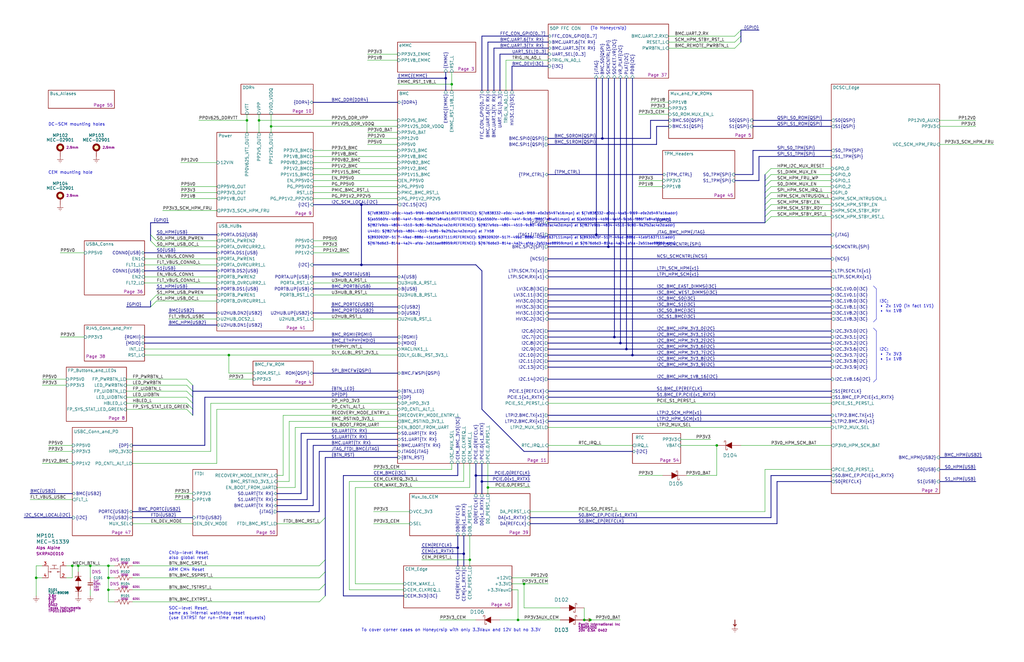
<source format=kicad_sch>
(kicad_sch (version 20231120) (generator "eeschema") (generator_version "8.0")
  (paper "B")
  (title_block (title "${PROJ}") (rev "${REV}") (company "${RPN}") (comment 1 "Block diagram"))
  (bus_alias "1000BASE-T" (members "TD1.P" "TD1.N" "TD2.P" "TD2.N" "TD3.P" "TD3.N" "TD4.P" "TD4.N"))
  (bus_alias "BTN_LED" (members "FP_PWRBTN_L" "FP_UIDBTN_L" "LED_PWRBTN" "LED_UIDBTN" "HBLED_L" "FP_SYS_STAT_LED_GREEN"))
  (bus_alias "BTN_RST" (members "BTN_BMC_SRST_L" "BTN_BMC_SSPRST_L" "BTN_BMC_EXTRST_L" "BTN_BMC_TSTRST_L" "FTDI_BMC_RST_L"))
  (bus_alias "DDR4" (members "ALERT_L" "ACT_L" "BA0" "BA1" "BG0" "BG1" "CK.P" "CK.N" "CA0" "CA1" "CA2" "CA3" "CA4" "CA5" "CA6" "CA7" "CA8" "CA9" "CA10" "CA11" "CA12" "CA13" "CKE" "CAS_L" "CS_L" "DQS0.P" "DQS0.N" "DQS1.P" "DQS1.N" "DM0_DBI0_L" "DM1_DBI1_L" "DQ0" "DQ1" "DQ2" "DQ3" "DQ4" "DQ5" "DQ6" "DQ7" "DQ8" "DQ9" "DQ10" "DQ11" "DQ12" "DQ13" "DQ14" "DQ15" "ODT" "RAS_L" "RST_L" "WE_L"))
  (bus_alias "DP" (members "AUX.P" "AUX.N" "ML0.P" "ML0.N" "ML1.P" "ML1.N"))
  (bus_alias "EMMC" (members "CLK" "CMD" "D0" "D1" "D2" "D3" "D4" "D5" "D6" "D7"))
  (bus_alias "GPIO" (members "HPM_SCM_INTRUSION_L" "HPM_SCM_STBY_RDY" "SPI_HPM_SCM_IRQ_L" "SCM_HPM_STBY_EN" "SCM_HPM_STBY_RST_L" "S0_DIMM_MUX_EN" "S1_DIMM_MUX_EN" "S0_HPM_USB_PWREN" "S1_HPM_USB_PWREN" "S0_HPM_USB_OC_L" "S1_HPM_USB_OC_L" "HPM_I2C_MUX_RESET" "BMC_REMOTE_PWRBTN_L" "BMC.UART.2.RX" "SCM_HPM_FRU_WP"))
  (bus_alias "I2C" (members "SDA" "SCL"))
  (bus_alias "I3C" (members "SDA" "SCL"))
  (bus_alias "JTAG" (members "TCK" "TDI" "TDO" "TMS" "TRST_L"))
  (bus_alias "MDIO" (members "MDC" "MDIO"))
  (bus_alias "NCSI" (members "CRS_DV" "REFCLK" "RXD0" "RXD1" "TX_EN" "TXD0" "TXD1"))
  (bus_alias "QSPI" (members "CLK" "CS0_L" "D2" "D3" "PICO" "POCI" "RST_L" "RST_3V3_L"))
  (bus_alias "REFCLK" (members "REFCLK.P" "REFCLK.N"))
  (bus_alias "RGMII" (members "RX.CLK" "RX.D0" "RX.D1" "RX.D2" "RX.D3" "RX.CTL" "TX.CLK" "TX.D0" "TX.D1" "TX.D2" "TX.D3" "TX.CTL"))
  (bus_alias "SPI" (members "CLK" "CS0_L" "CS1_L" "CS_L" "PICO" "POCI" "RST_L" "RST_3V3_L"))
  (bus_alias "TPM_CTRL" (members "BMC_S0_TPM.RST_L" "BMC_S1_TPM.RST_L" "S0_TPM.INT_L" "S1_TPM.INT_L"))
  (bus_alias "USB" (members "USB2.P" "USB2.N" "USB3.TX.P" "USB3.TX.N" "USB3.RX.P" "USB3.RX.N"))
  (bus_alias "USB2" (members "USB2.P" "USB2.N"))
  (bus_alias "x1" (members "CLK.P" "CLK.N" "N" "P"))
  (bus_alias "x1_RXTX" (members "RX.0.P" "RX.0.N" "TX.0.P" "TX.0.N"))
  (junction (at 248.92 261.62))
  (junction (at 104.14 50.8))
  (junction (at 33.02 238.76))
  (junction (at 198.12 236.22))
  (junction (at 190.5 35.56))
  (junction (at 246.38 261.62))
  (junction (at 220.98 246.38))
  (junction (at 152.4 111.76))
  (junction (at 251.46 99.06))
  (junction (at 152.4 86.36))
  (junction (at 205.74 205.74))
  (junction (at 203.2 203.2))
  (junction (at 109.22 50.8))
  (junction (at 45.72 243.84))
  (junction (at 264.16 147.32))
  (junction (at 187.96 33.02))
  (junction (at 259.08 142.24))
  (junction (at 261.62 144.78))
  (junction (at 256.54 104.14))
  (junction (at 45.72 248.92))
  (junction (at 266.7 149.86))
  (junction (at 15.24 243.84))
  (junction (at 38.1 238.76))
  (junction (at 218.44 261.62))
  (junction (at 30.48 238.76))
  (junction (at 45.72 238.76))
  (junction (at 200.66 200.66))
  (junction (at 96.52 149.86))
  (junction (at 302.26 187.96))
  (junction (at 193.04 231.14))
  (junction (at 254 58.42))
  (junction (at 195.58 233.68))
  (junction (at 114.3 53.34))
  (bus_entry (at 63.5 129.54) (size 2.54 -2.54))
  (bus_entry (at 325.12 91.44) (size -2.54 2.54))
  (bus_entry (at 134.62 248.92) (size 2.54 -2.54))
  (bus_entry (at 134.62 243.84) (size 2.54 -2.54))
  (bus_entry (at 309.88 17.78) (size 2.54 -2.54))
  (bus_entry (at 325.12 83.82) (size -2.54 2.54))
  (bus_entry (at 78.74 170.18) (size 2.54 2.54))
  (bus_entry (at 325.12 88.9) (size -2.54 2.54))
  (bus_entry (at 325.12 76.2) (size -2.54 2.54))
  (bus_entry (at 63.5 99.06) (size 2.54 2.54))
  (bus_entry (at 63.5 101.6) (size 2.54 2.54))
  (bus_entry (at 325.12 86.36) (size -2.54 2.54))
  (bus_entry (at 325.12 71.12) (size -2.54 2.54))
  (bus_entry (at 78.74 162.56) (size 2.54 2.54))
  (bus_entry (at 78.74 167.64) (size 2.54 2.54))
  (bus_entry (at 63.5 127) (size 2.54 -2.54))
  (bus_entry (at 309.88 20.32) (size 2.54 -2.54))
  (bus_entry (at 134.62 220.98) (size 2.54 -2.54))
  (bus_entry (at 325.12 78.74) (size -2.54 2.54))
  (bus_entry (at 78.74 172.72) (size 2.54 2.54))
  (bus_entry (at 325.12 73.66) (size -2.54 2.54))
  (bus_entry (at 134.62 238.76) (size 2.54 -2.54))
  (bus_entry (at 78.74 165.1) (size 2.54 2.54))
  (bus_entry (at 309.88 15.24) (size 2.54 -2.54))
  (bus_entry (at 78.74 160.02) (size 2.54 2.54))
  (bus_entry (at 134.62 254) (size 2.54 -2.54))
  (bus_entry (at 325.12 81.28) (size -2.54 2.54))
  (wire (pts (xy 45.72 238.76) (xy 48.26 238.76)))
  (wire (pts (xy 15.24 243.84) (xy 15.24 251.46)))
  (wire (pts (xy 76.2 81.28) (xy 91.44 81.28)))
  (bus (pts (xy 276.86 53.34) (xy 276.86 60.96)))
  (bus (pts (xy 116.84 210.82) (xy 129.54 210.82)))
  (wire (pts (xy 269.24 78.74) (xy 279.4 78.74)))
  (bus (pts (xy 137.16 193.04) (xy 137.16 218.44)))
  (wire (pts (xy 60.96 119.38) (xy 91.44 119.38)))
  (wire (pts (xy 246.38 261.62) (xy 248.92 261.62)))
  (wire (pts (xy 132.08 63.5) (xy 167.64 63.5)))
  (wire (pts (xy 325.12 86.36) (xy 350.52 86.36)))
  (wire (pts (xy 246.38 256.54) (xy 246.38 261.62)))
  (wire (pts (xy 213.36 25.4) (xy 213.36 38.1)))
  (wire (pts (xy 185.42 261.62) (xy 200.66 261.62)))
  (bus (pts (xy 203.2 172.72) (xy 220.98 190.5)))
  (bus (pts (xy 231.14 165.1) (xy 350.52 165.1)))
  (bus (pts (xy 208.28 20.32) (xy 231.14 20.32)))
  (wire (pts (xy 17.78 160.02) (xy 27.94 160.02)))
  (wire (pts (xy 190.5 30.48) (xy 190.5 35.56)))
  (bus (pts (xy 129.54 185.42) (xy 129.54 210.82)))
  (bus (pts (xy 208.28 20.32) (xy 208.28 38.1)))
  (bus (pts (xy 231.14 152.4) (xy 350.52 152.4)))
  (wire (pts (xy 15.24 238.76) (xy 15.24 243.84)))
  (wire (pts (xy 17.78 195.58) (xy 30.48 195.58)))
  (bus (pts (xy 231.14 144.78) (xy 261.62 144.78)))
  (wire (pts (xy 109.22 50.8) (xy 167.64 50.8)))
  (wire (pts (xy 45.72 243.84) (xy 48.26 243.84)))
  (wire (pts (xy 45.72 243.84) (xy 45.72 248.92)))
  (bus (pts (xy 220.98 190.5) (xy 266.7 190.5)))
  (bus (pts (xy 187.96 33.02) (xy 187.96 38.1)))
  (wire (pts (xy 66.04 104.14) (xy 91.44 104.14)))
  (bus (pts (xy 200.66 200.66) (xy 223.52 200.66)))
  (bus (pts (xy 81.28 172.72) (xy 81.28 175.26)))
  (wire (pts (xy 132.08 83.82) (xy 167.64 83.82)))
  (bus (pts (xy 261.62 144.78) (xy 350.52 144.78)))
  (wire (pts (xy 38.1 251.46) (xy 38.1 248.92)))
  (bus (pts (xy 116.84 213.36) (xy 132.08 213.36)))
  (wire (pts (xy 33.02 238.76) (xy 33.02 241.3)))
  (wire (pts (xy 132.08 71.12) (xy 167.64 71.12)))
  (wire (pts (xy 205.74 205.74) (xy 223.52 205.74)))
  (bus (pts (xy 231.14 154.94) (xy 350.52 154.94)))
  (wire (pts (xy 231.14 243.84) (xy 215.9 243.84)))
  (bus (pts (xy 396.24 193.04) (xy 414.02 193.04)))
  (wire (pts (xy 55.88 243.84) (xy 134.62 243.84)))
  (bus (pts (xy 129.54 185.42) (xy 167.64 185.42)))
  (wire (pts (xy 124.46 180.34) (xy 167.64 180.34)))
  (wire (pts (xy 198.12 226.06) (xy 198.12 236.22)))
  (bus (pts (xy 254 58.42) (xy 274.32 58.42)))
  (bus (pts (xy 137.16 241.3) (xy 137.16 246.38)))
  (bus (pts (xy 60.96 114.3) (xy 91.44 114.3)))
  (bus (pts (xy 81.28 170.18) (xy 81.28 167.64)))
  (bus (pts (xy 71.12 132.08) (xy 91.44 132.08)))
  (wire (pts (xy 220.98 246.38) (xy 220.98 256.54)))
  (bus (pts (xy 231.14 160.02) (xy 350.52 160.02)))
  (bus (pts (xy 312.42 12.7) (xy 320.04 12.7)))
  (bus (pts (xy 53.34 129.54) (xy 63.5 129.54)))
  (wire (pts (xy 281.94 17.78) (xy 309.88 17.78)))
  (bus (pts (xy 231.14 104.14) (xy 256.54 104.14)))
  (wire (pts (xy 281.94 15.24) (xy 309.88 15.24)))
  (wire (pts (xy 269.24 48.26) (xy 281.94 48.26)))
  (bus (pts (xy 322.58 91.44) (xy 322.58 93.98)))
  (bus (pts (xy 411.48 198.12) (xy 396.24 198.12)))
  (bus (pts (xy 132.08 187.96) (xy 132.08 213.36)))
  (polyline (pts (xy 369.57 139.7) (xy 369.57 160.02)))
  (bus (pts (xy 205.74 17.78) (xy 205.74 38.1)))
  (wire (pts (xy 325.12 81.28) (xy 350.52 81.28)))
  (wire (pts (xy 27.94 243.84) (xy 30.48 243.84)))
  (polyline (pts (xy 368.3 138.43) (xy 369.57 139.7)))
  (bus (pts (xy 203.2 195.58) (xy 203.2 203.2)))
  (bus (pts (xy 132.08 116.84) (xy 167.64 116.84)))
  (wire (pts (xy 302.26 200.66) (xy 289.56 200.66)))
  (wire (pts (xy 55.88 195.58) (xy 91.44 195.58)))
  (wire (pts (xy 76.2 78.74) (xy 91.44 78.74)))
  (bus (pts (xy 327.66 203.2) (xy 350.52 203.2)))
  (wire (pts (xy 45.72 254) (xy 48.26 254)))
  (wire (pts (xy 53.34 162.56) (xy 78.74 162.56)))
  (bus (pts (xy 276.86 53.34) (xy 281.94 53.34)))
  (wire (pts (xy 231.14 187.96) (xy 266.7 187.96)))
  (wire (pts (xy 302.26 187.96) (xy 302.26 200.66)))
  (wire (pts (xy 210.82 261.62) (xy 218.44 261.62)))
  (bus (pts (xy 203.2 203.2) (xy 223.52 203.2)))
  (wire (pts (xy 218.44 248.92) (xy 218.44 261.62)))
  (wire (pts (xy 154.94 60.96) (xy 167.64 60.96)))
  (bus (pts (xy 132.08 187.96) (xy 167.64 187.96)))
  (wire (pts (xy 55.88 190.5) (xy 88.9 190.5)))
  (wire (pts (xy 325.12 76.2) (xy 350.52 76.2)))
  (bus (pts (xy 152.4 111.76) (xy 200.66 111.76)))
  (wire (pts (xy 132.08 119.38) (xy 167.64 119.38)))
  (bus (pts (xy 63.5 99.06) (xy 63.5 101.6)))
  (bus (pts (xy 322.58 86.36) (xy 322.58 88.9)))
  (bus (pts (xy 231.14 142.24) (xy 259.08 142.24)))
  (bus (pts (xy 203.2 114.3) (xy 203.2 172.72)))
  (bus (pts (xy 81.28 172.72) (xy 81.28 170.18)))
  (bus (pts (xy 200.66 195.58) (xy 200.66 200.66)))
  (bus (pts (xy 127 182.88) (xy 127 208.28)))
  (wire (pts (xy 287.02 185.42) (xy 299.72 185.42)))
  (wire (pts (xy 147.32 248.92) (xy 170.18 248.92)))
  (bus (pts (xy 251.46 99.06) (xy 350.52 99.06)))
  (wire (pts (xy 274.32 45.72) (xy 281.94 45.72)))
  (wire (pts (xy 132.08 134.62) (xy 167.64 134.62)))
  (wire (pts (xy 114.3 53.34) (xy 114.3 55.88)))
  (bus (pts (xy 231.14 139.7) (xy 350.52 139.7)))
  (polyline (pts (xy 369.57 121.92) (xy 369.57 134.62)))
  (bus (pts (xy 200.66 111.76) (xy 203.2 114.3)))
  (wire (pts (xy 121.92 177.8) (xy 167.64 177.8)))
  (wire (pts (xy 396.24 50.8) (xy 411.48 50.8)))
  (wire (pts (xy 190.5 195.58) (xy 190.5 198.12)))
  (bus (pts (xy 223.52 220.98) (xy 327.66 220.98)))
  (wire (pts (xy 12.7 210.82) (xy 30.48 210.82)))
  (wire (pts (xy 177.8 236.22) (xy 198.12 236.22)))
  (wire (pts (xy 71.12 134.62) (xy 91.44 134.62)))
  (wire (pts (xy 20.32 187.96) (xy 30.48 187.96)))
  (bus (pts (xy 312.42 17.78) (xy 312.42 15.24)))
  (wire (pts (xy 154.94 25.4) (xy 167.64 25.4)))
  (bus (pts (xy 132.08 111.76) (xy 152.4 111.76)))
  (bus (pts (xy 66.04 121.92) (xy 91.44 121.92)))
  (wire (pts (xy 25.4 142.24) (xy 35.56 142.24)))
  (wire (pts (xy 109.22 48.26) (xy 109.22 50.8)))
  (bus (pts (xy 231.14 73.66) (xy 279.4 73.66)))
  (bus (pts (xy 231.14 124.46) (xy 350.52 124.46)))
  (wire (pts (xy 104.14 50.8) (xy 104.14 55.88)))
  (bus (pts (xy 322.58 88.9) (xy 322.58 91.44)))
  (bus (pts (xy 231.14 116.84) (xy 350.52 116.84)))
  (bus (pts (xy 312.42 12.7) (xy 312.42 15.24)))
  (bus (pts (xy 231.14 177.8) (xy 350.52 177.8)))
  (wire (pts (xy 25.4 106.68) (xy 35.56 106.68)))
  (wire (pts (xy 73.66 208.28) (xy 81.28 208.28)))
  (bus (pts (xy 266.7 33.02) (xy 266.7 149.86)))
  (bus (pts (xy 63.5 127) (xy 63.5 129.54)))
  (polyline (pts (xy 368.3 135.89) (xy 369.57 134.62)))
  (wire (pts (xy 215.9 246.38) (xy 220.98 246.38)))
  (bus (pts (xy 327.66 203.2) (xy 327.66 220.98)))
  (wire (pts (xy 281.94 20.32) (xy 309.88 20.32)))
  (wire (pts (xy 45.72 248.92) (xy 48.26 248.92)))
  (wire (pts (xy 60.96 149.86) (xy 96.52 149.86)))
  (bus (pts (xy 274.32 50.8) (xy 274.32 58.42)))
  (wire (pts (xy 119.38 175.26) (xy 167.64 175.26)))
  (wire (pts (xy 114.3 53.34) (xy 167.64 53.34)))
  (bus (pts (xy 317.5 63.5) (xy 350.52 63.5)))
  (bus (pts (xy 309.88 76.2) (xy 320.04 76.2)))
  (bus (pts (xy 132.08 86.36) (xy 152.4 86.36)))
  (wire (pts (xy 60.96 147.32) (xy 167.64 147.32)))
  (bus (pts (xy 144.78 200.66) (xy 144.78 251.46)))
  (bus (pts (xy 200.66 200.66) (xy 200.66 208.28)))
  (bus (pts (xy 60.96 142.24) (xy 167.64 142.24)))
  (bus (pts (xy 231.14 114.3) (xy 350.52 114.3)))
  (bus (pts (xy 193.04 231.14) (xy 193.04 238.76)))
  (bus (pts (xy 177.8 231.14) (xy 193.04 231.14)))
  (wire (pts (xy 60.96 116.84) (xy 91.44 116.84)))
  (wire (pts (xy 60.96 109.22) (xy 91.44 109.22)))
  (wire (pts (xy 55.88 220.98) (xy 81.28 220.98)))
  (bus (pts (xy 210.82 22.86) (xy 231.14 22.86)))
  (bus (pts (xy 317.5 50.8) (xy 350.52 50.8)))
  (bus (pts (xy 66.04 99.06) (xy 91.44 99.06)))
  (wire (pts (xy 220.98 246.38) (xy 231.14 246.38)))
  (wire (pts (xy 109.22 50.8) (xy 109.22 55.88)))
  (wire (pts (xy 287.02 187.96) (xy 302.26 187.96)))
  (wire (pts (xy 88.9 170.18) (xy 167.64 170.18)))
  (bus (pts (xy 81.28 165.1) (xy 167.64 165.1)))
  (wire (pts (xy 279.4 200.66) (xy 269.24 200.66)))
  (wire (pts (xy 154.94 22.86) (xy 167.64 22.86)))
  (wire (pts (xy 396.24 53.34) (xy 411.48 53.34)))
  (wire (pts (xy 38.1 238.76) (xy 45.72 238.76)))
  (bus (pts (xy 193.04 226.06) (xy 193.04 231.14)))
  (bus (pts (xy 81.28 167.64) (xy 81.28 165.1)))
  (bus (pts (xy 231.14 93.98) (xy 322.58 93.98)))
  (wire (pts (xy 132.08 101.6) (xy 142.24 101.6)))
  (bus (pts (xy 137.16 193.04) (xy 167.64 193.04)))
  (wire (pts (xy 312.42 187.96) (xy 350.52 187.96)))
  (bus (pts (xy 167.64 33.02) (xy 187.96 33.02)))
  (bus (pts (xy 205.74 17.78) (xy 231.14 17.78)))
  (bus (pts (xy 210.82 22.86) (xy 210.82 38.1)))
  (bus (pts (xy 71.12 137.16) (xy 91.44 137.16)))
  (bus (pts (xy 231.14 134.62) (xy 350.52 134.62)))
  (bus (pts (xy 132.08 157.48) (xy 167.64 157.48)))
  (bus (pts (xy 60.96 144.78) (xy 167.64 144.78)))
  (bus (pts (xy 325.12 200.66) (xy 350.52 200.66)))
  (wire (pts (xy 116.84 220.98) (xy 134.62 220.98)))
  (bus (pts (xy 152.4 86.36) (xy 167.64 86.36)))
  (wire (pts (xy 231.14 180.34) (xy 350.52 180.34)))
  (bus (pts (xy 132.08 121.92) (xy 167.64 121.92)))
  (wire (pts (xy 66.04 124.46) (xy 91.44 124.46)))
  (wire (pts (xy 223.52 215.9) (xy 322.58 215.9)))
  (bus (pts (xy 132.08 132.08) (xy 167.64 132.08)))
  (bus (pts (xy 116.84 208.28) (xy 127 208.28)))
  (bus (pts (xy 195.58 226.06) (xy 195.58 233.68)))
  (bus (pts (xy 60.96 106.68) (xy 91.44 106.68)))
  (wire (pts (xy 88.9 170.18) (xy 88.9 190.5)))
  (bus (pts (xy 137.16 246.38) (xy 137.16 251.46)))
  (bus (pts (xy 223.52 218.44) (xy 325.12 218.44)))
  (wire (pts (xy 149.86 246.38) (xy 170.18 246.38)))
  (polyline (pts (xy 368.3 120.65) (xy 369.57 121.92)))
  (bus (pts (xy 317.5 53.34) (xy 350.52 53.34)))
  (bus (pts (xy 322.58 78.74) (xy 322.58 81.28)))
  (wire (pts (xy 96.52 160.02) (xy 106.68 160.02)))
  (wire (pts (xy 17.78 162.56) (xy 27.94 162.56)))
  (bus (pts (xy 63.5 93.98) (xy 63.5 99.06)))
  (wire (pts (xy 73.66 210.82) (xy 81.28 210.82)))
  (wire (pts (xy 132.08 68.58) (xy 167.64 68.58)))
  (bus (pts (xy 256.54 104.14) (xy 350.52 104.14)))
  (wire (pts (xy 147.32 203.2) (xy 195.58 203.2)))
  (wire (pts (xy 132.08 106.68) (xy 147.32 106.68)))
  (wire (pts (xy 198.12 195.58) (xy 198.12 205.74)))
  (wire (pts (xy 76.2 83.82) (xy 91.44 83.82)))
  (wire (pts (xy 205.74 205.74) (xy 205.74 208.28)))
  (bus (pts (xy 203.2 203.2) (xy 203.2 208.28)))
  (bus (pts (xy 264.16 33.02) (xy 264.16 147.32)))
  (bus (pts (xy 231.14 129.54) (xy 350.52 129.54)))
  (bus (pts (xy 134.62 190.5) (xy 167.64 190.5)))
  (wire (pts (xy 55.88 238.76) (xy 134.62 238.76)))
  (bus (pts (xy 55.88 218.44) (xy 81.28 218.44)))
  (wire (pts (xy 167.64 35.56) (xy 190.5 35.56)))
  (wire (pts (xy 104.14 48.26) (xy 104.14 50.8)))
  (wire (pts (xy 325.12 91.44) (xy 350.52 91.44)))
  (bus (pts (xy 231.14 109.22) (xy 350.52 109.22)))
  (wire (pts (xy 213.36 25.4) (xy 231.14 25.4)))
  (wire (pts (xy 83.82 50.8) (xy 104.14 50.8)))
  (bus (pts (xy 215.9 27.94) (xy 231.14 27.94)))
  (wire (pts (xy 15.24 243.84) (xy 17.78 243.84)))
  (bus (pts (xy 322.58 81.28) (xy 322.58 83.82)))
  (wire (pts (xy 53.34 167.64) (xy 78.74 167.64)))
  (bus (pts (xy 152.4 86.36) (xy 152.4 111.76)))
  (wire (pts (xy 325.12 88.9) (xy 350.52 88.9)))
  (bus (pts (xy 231.14 167.64) (xy 350.52 167.64)))
  (wire (pts (xy 27.94 238.76) (xy 30.48 238.76)))
  (wire (pts (xy 45.72 238.76) (xy 45.72 243.84)))
  (wire (pts (xy 53.34 160.02) (xy 78.74 160.02)))
  (wire (pts (xy 157.48 198.12) (xy 190.5 198.12)))
  (wire (pts (xy 248.92 261.62) (xy 261.62 261.62)))
  (wire (pts (xy 38.1 238.76) (xy 38.1 243.84)))
  (bus (pts (xy 116.84 215.9) (xy 134.62 215.9)))
  (wire (pts (xy 96.52 149.86) (xy 96.52 157.48)))
  (bus (pts (xy 231.14 149.86) (xy 266.7 149.86)))
  (bus (pts (xy 177.8 233.68) (xy 195.58 233.68)))
  (bus (pts (xy 325.12 200.66) (xy 325.12 218.44)))
  (wire (pts (xy 132.08 73.66) (xy 167.64 73.66)))
  (wire (pts (xy 190.5 35.56) (xy 190.5 38.1)))
  (wire (pts (xy 195.58 195.58) (xy 195.58 203.2)))
  (wire (pts (xy 96.52 157.48) (xy 106.68 157.48)))
  (wire (pts (xy 66.04 101.6) (xy 91.44 101.6)))
  (wire (pts (xy 231.14 170.18) (xy 350.52 170.18)))
  (wire (pts (xy 119.38 175.26) (xy 119.38 200.66)))
  (bus (pts (xy 144.78 200.66) (xy 193.04 200.66)))
  (wire (pts (xy 45.72 248.92) (xy 45.72 254)))
  (bus (pts (xy 254 33.02) (xy 254 58.42)))
  (wire (pts (xy 205.74 195.58) (xy 205.74 205.74)))
  (bus (pts (xy 256.54 33.02) (xy 256.54 104.14)))
  (wire (pts (xy 121.92 177.8) (xy 121.92 203.2)))
  (wire (pts (xy 116.84 200.66) (xy 119.38 200.66)))
  (wire (pts (xy 218.44 261.62) (xy 236.22 261.62)))
  (wire (pts (xy 68.58 88.9) (xy 91.44 88.9)))
  (bus (pts (xy 137.16 236.22) (xy 137.16 241.3)))
  (bus (pts (xy 231.14 147.32) (xy 264.16 147.32)))
  (bus (pts (xy 127 182.88) (xy 167.64 182.88)))
  (bus (pts (xy 231.14 121.92) (xy 350.52 121.92)))
  (wire (pts (xy 76.2 68.58) (xy 91.44 68.58)))
  (bus (pts (xy 139.7 129.54) (xy 167.64 129.54)))
  (bus (pts (xy 309.88 73.66) (xy 317.5 73.66)))
  (wire (pts (xy 269.24 76.2) (xy 279.4 76.2)))
  (wire (pts (xy 322.58 198.12) (xy 322.58 215.9)))
  (bus (pts (xy 132.08 43.18) (xy 167.64 43.18)))
  (wire (pts (xy 149.86 205.74) (xy 149.86 246.38)))
  (wire (pts (xy 220.98 256.54) (xy 236.22 256.54)))
  (wire (pts (xy 132.08 124.46) (xy 167.64 124.46)))
  (wire (pts (xy 20.32 190.5) (xy 30.48 190.5)))
  (bus (pts (xy 320.04 66.04) (xy 320.04 76.2)))
  (polyline (pts (xy 368.3 161.29) (xy 369.57 160.02)))
  (wire (pts (xy 116.84 203.2) (xy 121.92 203.2)))
  (wire (pts (xy 154.94 55.88) (xy 167.64 55.88)))
  (wire (pts (xy 55.88 254) (xy 134.62 254)))
  (wire (pts (xy 55.88 248.92) (xy 134.62 248.92)))
  (wire (pts (xy 419.1 60.96) (xy 396.24 60.96)))
  (wire (pts (xy 91.44 172.72) (xy 167.64 172.72)))
  (wire (pts (xy 66.04 127) (xy 91.44 127)))
  (bus (pts (xy 264.16 147.32) (xy 350.52 147.32)))
  (wire (pts (xy 149.86 205.74) (xy 198.12 205.74)))
  (bus (pts (xy 396.24 203.2) (xy 411.48 203.2)))
  (bus (pts (xy 203.2 15.24) (xy 203.2 38.1)))
  (bus (pts (xy 195.58 233.68) (xy 195.58 238.76)))
  (wire (pts (xy 132.08 66.04) (xy 167.64 66.04)))
  (wire (pts (xy 325.12 71.12) (xy 350.52 71.12)))
  (bus (pts (xy 231.14 175.26) (xy 350.52 175.26)))
  (wire (pts (xy 157.48 220.98) (xy 172.72 220.98)))
  (bus (pts (xy 231.14 99.06) (xy 251.46 99.06)))
  (bus (pts (xy 259.08 142.24) (xy 350.52 142.24)))
  (wire (pts (xy 322.58 198.12) (xy 350.52 198.12)))
  (wire (pts (xy 142.24 104.14) (xy 132.08 104.14)))
  (wire (pts (xy 96.52 149.86) (xy 167.64 149.86)))
  (bus (pts (xy 251.46 33.02) (xy 251.46 99.06)))
  (wire (pts (xy 132.08 78.74) (xy 167.64 78.74)))
  (wire (pts (xy 33.02 238.76) (xy 38.1 238.76)))
  (bus (pts (xy 274.32 50.8) (xy 281.94 50.8)))
  (bus (pts (xy 322.58 73.66) (xy 322.58 76.2)))
  (bus (pts (xy 203.2 15.24) (xy 231.14 15.24)))
  (wire (pts (xy 15.24 238.76) (xy 17.78 238.76)))
  (bus (pts (xy 86.36 167.64) (xy 167.64 167.64)))
  (bus (pts (xy 322.58 83.82) (xy 322.58 86.36)))
  (wire (pts (xy 30.48 238.76) (xy 30.48 243.84)))
  (bus (pts (xy 137.16 218.44) (xy 137.16 236.22)))
  (bus (pts (xy 55.88 187.96) (xy 86.36 187.96)))
  (bus (pts (xy 276.86 60.96) (xy 231.14 60.96)))
  (bus (pts (xy 55.88 215.9) (xy 76.2 215.9)))
  (bus (pts (xy 63.5 93.98) (xy 71.12 93.98)))
  (wire (pts (xy 30.48 238.76) (xy 33.02 238.76)))
  (wire (pts (xy 114.3 48.26) (xy 114.3 53.34)))
  (wire (pts (xy 132.08 76.2) (xy 167.64 76.2)))
  (wire (pts (xy 60.96 111.76) (xy 91.44 111.76)))
  (bus (pts (xy 231.14 132.08) (xy 350.52 132.08)))
  (bus (pts (xy 134.62 190.5) (xy 134.62 215.9)))
  (bus (pts (xy 259.08 33.02) (xy 259.08 142.24)))
  (bus (pts (xy 231.14 127) (xy 350.52 127)))
  (wire (pts (xy 147.32 203.2) (xy 147.32 248.92)))
  (bus (pts (xy 86.36 167.64) (xy 86.36 187.96)))
  (bus (pts (xy 81.28 162.56) (xy 81.28 165.1)))
  (bus (pts (xy 320.04 66.04) (xy 350.52 66.04)))
  (wire (pts (xy 91.44 172.72) (xy 91.44 195.58)))
  (bus (pts (xy 193.04 195.58) (xy 193.04 200.66)))
  (bus (pts (xy 322.58 76.2) (xy 322.58 78.74)))
  (wire (pts (xy 325.12 73.66) (xy 350.52 73.66)))
  (wire (pts (xy 116.84 205.74) (xy 124.46 205.74)))
  (wire (pts (xy 53.34 170.18) (xy 78.74 170.18)))
  (wire (pts (xy 198.12 236.22) (xy 198.12 238.76)))
  (bus (pts (xy 12.7 208.28) (xy 30.48 208.28)))
  (bus (pts (xy 10.16 218.44) (xy 30.48 218.44)))
  (wire (pts (xy 274.32 43.18) (xy 281.94 43.18)))
  (wire (pts (xy 53.34 172.72) (xy 78.74 172.72)))
  (wire (pts (xy 325.12 78.74) (xy 350.52 78.74)))
  (wire (pts (xy 157.48 215.9) (xy 172.72 215.9)))
  (wire (pts (xy 325.12 83.82) (xy 350.52 83.82)))
  (bus (pts (xy 187.96 30.48) (xy 187.96 33.02)))
  (wire (pts (xy 53.34 165.1) (xy 78.74 165.1)))
  (bus (pts (xy 266.7 149.86) (xy 350.52 149.86)))
  (wire (pts (xy 124.46 180.34) (xy 124.46 205.74)))
  (wire (pts (xy 154.94 58.42) (xy 167.64 58.42)))
  (bus (pts (xy 261.62 33.02) (xy 261.62 144.78)))
  (wire (pts (xy 215.9 248.92) (xy 218.44 248.92)))
  (wire (pts (xy 132.08 81.28) (xy 167.64 81.28)))
  (bus (pts (xy 317.5 63.5) (xy 317.5 73.66)))
  (bus (pts (xy 215.9 27.94) (xy 215.9 38.1)))
  (bus (pts (xy 144.78 251.46) (xy 170.18 251.46)))
  (bus (pts (xy 231.14 58.42) (xy 254 58.42)))
  (text "${f676d6d3-814a-4a24-afda-2a51bae88959:REFERENCE}: ${f676d6d3-814a-4a24-afda-2a51bae88959:mpn} at ${f676d6d3-814a-4a24-afda-2a51bae88959:addr}" (at 154.94 102.87 0) (effects (font (size 1 1)) (justify left)))
  (text "I2C:\n• 7x 3V3\n• 1x 1V8" (at 370.84 152.4 0) (effects (font (size 1.27 1.27)) (justify left bottom)))
  (text "${8930920f-517f-49ad-888d-41ebf1637111:REFERENCE}: ${8930920f-517f-49ad-888d-41ebf1637111:mpn} at ${8930920f-517f-49ad-888d-41ebf1637111:addr}" (at 154.94 100.33 0) (effects (font (size 1 1)) (justify left)))
  (text "(To Honeycrsip)" (at 248.92 12.7 0) (effects (font (size 1.27 1.27)) (justify left bottom)))
  (text "DC-SCM mounting holes" (at 20.32 53.34 0) (effects (font (size 1.27 1.27)) (justify left bottom)))
  (text "${ab5560fe-4b90-4a4f-9cb6-f886f7a84a51:REFERENCE}: ${ab5560fe-4b90-4a4f-9cb6-f886f7a84a51:mpn} at ${ab5560fe-4b90-4a4f-9cb6-f886f7a84a51:addr}" (at 154.94 92.71 0) (effects (font (size 1 1)) (justify left)))
  (text "CEM mounting hole" (at 20.32 73.66 0) (effects (font (size 1.27 1.27)) (justify left bottom)))
  (text "Chip-level Reset,\nalso global reset" (at 71.12 236.22 0) (effects (font (size 1.27 1.27)) (justify left bottom)))
  (text "SOC-level Reset, \nsame as internal watchdog reset\n(use EXTRST for run-time reset requests)" (at 71.12 261.62 0) (effects (font (size 1.27 1.27)) (justify left bottom)))
  (text "U4401: ${f827e9db-4804-4510-9c80-9a2fb2ac4e2d:mpn} at 7'h58" (at 154.94 97.79 0) (effects (font (size 1 1)) (justify left)))
  (text "${7d838332-e0dc-4ba5-9f69-e0e2d5497a16:REFERENCE}: ${7d838332-e0dc-4ba5-9f69-e0e2d5497a16:mpn} at ${7d838332-e0dc-4ba5-9f69-e0e2d5497a16:addr}" (at 154.94 90.17 0) (effects (font (size 1 1)) (justify left)))
  (text "ARM CM4 Reset" (at 71.12 241.3 0) (effects (font (size 1.27 1.27)) (justify left bottom)))
  (text "${f827e9db-4804-4510-9c80-9a2fb2ac4e2d:REFERENCE}: ${f827e9db-4804-4510-9c80-9a2fb2ac4e2d:mpn} at ${f827e9db-4804-4510-9c80-9a2fb2ac4e2d:addr}" (at 154.94 95.25 0) (effects (font (size 1 1)) (justify left)))
  (text "I3C:\n• 2x 1V0 (in fact 1V1)\n• 4x 1V8" (at 370.84 132.08 0) (effects (font (size 1.27 1.27)) (justify left bottom)))
  (text "To cover corner cases on Honeycrsip with only 3.3Vaux and 12V but no 3.3V" (at 152.4 266.7 0) (effects (font (size 1.27 1.27)) (justify left bottom)))
  (label "PP3V3" (at 157.48 215.9 0))
  (label "PMIC_BMC_RST_L" (at 139.7 81.28 0))
  (label "PP3V0_BAT" (at 299.72 200.66 180))
  (label "{GPIO}" (at 53.34 129.54 0))
  (label "U3HUB_B_RST_L" (at 139.7 124.46 0))
  (label "I2C_BMC_HPM_1V8_16{I2C}" (at 276.86 160.02 0))
  (label "I3C_BMC_S0{I3C}" (at 276.86 127 0))
  (label "BMC.UART.2.RX" (at 284.48 15.24 0))
  (label "S0_HPM{USB}" (at 411.48 198.12 180))
  (label "PD_CNTL_ALT_L" (at 139.7 172.72 0))
  (label "BMC_DDR{DDR4}" (at 139.7 43.18 0))
  (label "MECH_BTN_L" (at 30.48 238.76 0))
  (label "S0{USB}" (at 66.04 106.68 0))
  (label "BTN_BMC_EXTRST_L" (at 71.12 254 0))
  (label "S1.BMC_EP.PCIE{x1_RXTX}" (at 276.86 167.64 0))
  (label "PP3V3_CEM" (at 269.24 48.26 0))
  (label "S1_DIMM_MUX_EN" (at 327.66 73.66 0))
  (label "PG_PP1V2_PP2V5" (at 139.7 83.82 0))
  (label "PP3V0_BAT" (at 261.62 261.62 180))
  (label "S1{USB}" (at 66.04 114.3 0))
  (label "EN_VBUS_CONN1" (at 66.04 116.84 0))
  (label "PP1V2_BMC" (at 147.32 106.68 180))
  (label "UART_SEL[0..3]" (at 215.9 22.86 0))
  (label "PP1V8" (at 274.32 43.18 0))
  (label "S0.BMC_EP{REFCLK}" (at 243.84 220.98 0))
  (label "S0.UART{TX RX}" (at 139.7 182.88 0))
  (label "BMC_RGMII{RGMII}" (at 139.7 142.24 0))
  (label "EMMC{EMMC}" (at 180.34 33.02 180))
  (label "BMC.UART{TX RX}" (at 139.7 187.96 0))
  (label "JTAG_FTDI_BMC{JTAG}" (at 139.7 190.5 0))
  (label "S0_HPM_USB_PWREN" (at 66.04 101.6 0))
  (label "PP1V2_BMC" (at 17.78 195.58 0))
  (label "RECOVERY_MODE_ENTRY_L" (at 139.7 175.26 0))
  (label "SCM_HPM_STBY_EN" (at 327.66 86.36 0))
  (label "LTPI2_MUX_SEL" (at 276.86 180.34 0))
  (label "PP1V8" (at 73.66 210.82 0))
  (label "U2HUB_RST_L" (at 139.7 134.62 0))
  (label "S1_HPM_USB_PWREN" (at 66.04 124.46 0))
  (label "PP5V0" (at 20.32 187.96 0))
  (label "CEM{REFCLK}" (at 177.8 231.14 0))
  (label "PP3V3" (at 20.32 190.5 0))
  (label "PP1V8" (at 269.24 78.74 0))
  (label "LTPI2_SCM_HPM{x1}" (at 276.86 175.26 0))
  (label "SPI_SCMCNTRL{SPI}" (at 276.86 104.14 0))
  (label "S1_HPM{USB}" (at 411.48 203.2 180))
  (label "BMC_PORTD{USB2}" (at 139.7 132.08 0))
  (label "PP3V3_CEM" (at 231.14 246.38 180))
  (label "BMC_DEV{I3C}" (at 215.9 27.94 0))
  (label "NCSI_SCMCNTRL{NCSI}" (at 276.86 109.22 0))
  (label "BMC_PORTA{USB}" (at 139.7 116.84 0))
  (label "DP{DP}" (at 139.7 167.64 0))
  (label "CEM_CLKREQ_3V3_L" (at 157.48 203.2 0))
  (label "I3C_S1_BMC{I3C}" (at 276.86 134.62 0))
  (label "S0_DIMM_MUX_EN" (at 327.66 78.74 0))
  (label "PP3V3" (at 299.72 185.42 180))
  (label "BMC_ETHPHY{MDIO}" (at 139.7 144.78 0))
  (label "{TPM_CTRL}" (at 233.68 73.66 0))
  (label "LTPI_SCM_HPM{x1}" (at 276.86 114.3 0))
  (label "{BTN_RST}" (at 139.7 193.04 0))
  (label "PP3V3_SCM_HPM_FRU" (at 68.58 88.9 0))
  (label "PP12V0" (at 76.2 68.58 0))
  (label "PP3V3_CEM" (at 157.48 220.98 0))
  (label "DLY_GLBL_RST_3V3_L" (at 139.7 149.86 0))
  (label "PP5V0" (at 17.78 160.02 0))
  (label "SPI_S0_TPM{SPI}" (at 327.66 63.5 0))
  (label "SCM_HPM_STBY_RST_L" (at 327.66 91.44 0))
  (label "QSPI_S0_ROM{QSPI}" (at 327.66 50.8 0))
  (label "LTPI_HPM_SCM{x1}" (at 276.86 116.84 0))
  (label "I2C_BMC_HPM_3V3_7{I2C}" (at 276.86 149.86 0))
  (label "I3C_BMC_WEST_DIMMS{I3C}" (at 276.86 124.46 0))
  (label "BMC_RSTIND_3V3_L" (at 139.7 177.8 0))
  (label "BMC_PORTB{USB}" (at 139.7 121.92 0))
  (label "BTN_BMC_SRST_L" (at 71.12 238.76 0))
  (label "PP0V82_BMC" (at 139.7 68.58 0))
  (label "PP1V15_BMC" (at 139.7 73.66 0))
  (label "PCIE.0{REFCLK}" (at 223.52 200.66 180))
  (label "PP12V0" (at 154.94 58.42 0))
  (label "LED_PWRBTN" (at 55.88 162.56 0))
  (label "PP1V25_DDR_VDDQ" (at 139.7 53.34 0))
  (label "BMC_PORTC{USB2}" (at 76.2 215.9 180))
  (label "PP12V0" (at 411.48 50.8 180))
  (label "PP3V3_CEM" (at 157.48 198.12 0))
  (label "BMC_HPM{USB2}" (at 71.12 137.16 0))
  (label "FP_SYS_STAT_LED_GREEN" (at 55.88 172.72 0))
  (label "S1_HPM{USB}" (at 66.04 121.92 0))
  (label "HPM_SCM_STBY_RDY" (at 327.66 88.9 0))
  (label "PP3V3" (at 73.66 208.28 0))
  (label "PP3V3" (at 17.78 162.56 0))
  (label "PP3V3" (at 269.24 76.2 0))
  (label "PP1V2_BMC" (at 139.7 71.12 0))
  (label "RTC_IRQ_L" (at 243.84 187.96 0))
  (label "{BTN_LED}" (at 139.7 165.1 0))
  (label "I2C_BMC_HPM_3V3_8{I2C}" (at 276.86 152.4 0))
  (label "EMMC_RST_1V8_L" (at 167.64 35.56 0))
  (label "PP3V3" (at 142.24 104.14 180))
  (label "QSPI_S1_ROM{QSPI}" (at 327.66 53.34 0))
  (label "{GPIO}" (at 320.04 12.7 180))
  (label "PCIE.0{x1_RXTX}" (at 223.52 203.2 180))
  (label "PP1V8" (at 76.2 83.82 0))
  (label "SPI_HPM_SCM_IRQ_L" (at 327.66 81.28 0))
  (label "PP5V0" (at 154.94 60.96 0))
  (label "S0.BMC_EP.PCIE{x1_RXTX}" (at 243.84 218.44 0))
  (label "BMC_PORTC{USB2}" (at 139.7 129.54 0))
  (label "FLT_VBUS_USBC" (at 12.7 210.82 0))
  (label "BMC{USB2}" (at 71.12 132.08 0))
  (label "BMC.UART.6{TX RX}" (at 210.82 17.78 0))
  (label "CEM{x1_RXTX}" (at 177.8 233.68 0))
  (label "FLT_VBUS_USBC" (at 71.12 134.62 0))
  (label "I3C_BMC_S1{I3C}" (at 276.86 129.54 0))
  (label "LTPI2_HPM_SCM{x1}" (at 276.86 177.8 0))
  (label "FP_UIDBTN_L" (at 55.88 165.1 0))
  (label "TRIG_IN_A0_L" (at 215.9 25.4 0))
  (label "PP5V0" (at 142.24 101.6 180))
  (label "PP1V8" (at 154.94 25.4 0))
  (label "PP1V8_BMC" (at 139.7 66.04 0))
  (label "PCIE_S1_PERST_L" (at 276.86 170.18 0))
  (label "{GPIO}" (at 276.86 93.98 0))
  (label "PP3V3" (at 25.4 142.24 0))
  (label "I2C_BMC_HPM_3V3_1{I2C}" (at 276.86 142.24 0))
  (label "PP3V3" (at 154.94 22.86 0))
  (label "FLT_VBUS_CONN1_L" (at 66.04 119.38 0))
  (label "BMC{USB2}" (at 12.7 208.28 0))
  (label "S0_HPM_USB_OC_L" (at 66.04 104.14 0))
  (label "S1_HPM_USB_OC_L" (at 66.04 127 0))
  (label "DP_HPD_3V3" (at 139.7 170.18 0))
  (label "EN_VBUS_CONN0" (at 66.04 109.22 0))
  (label "I3C_BMC_EAST_DIMMS{I3C}" (at 276.86 121.92 0))
  (label "ETHPHY_INT_L" (at 139.7 147.32 0))
  (label "S1.BMC_EP{REFCLK}" (at 276.86 165.1 0))
  (label "BTN_BMC_SSPRST_L" (at 71.12 243.84 0))
  (label "FP_PWRBTN_L" (at 55.88 160.02 0))
  (label "PP3V0_BAT" (at 154.94 55.88 0))
  (label "BMC.UART.3{TX RX}" (at 210.82 20.32 0))
  (label "PP3V3_CEM" (at 185.42 261.62 0))
  (label "I3C_S0_BMC{I3C}" (at 276.86 132.08 0))
  (label "BTN_BMC_TSTRST_L" (at 71.12 248.92 0))
  (label "I2C_BMC_HPM_3V3_6{I2C}" (at 276.86 147.32 0))
  (label "S1.UART{TX RX}" (at 139.7 185.42 0))
  (label "JTAG_BMC_HPM{JTAG}" (at 276.86 99.06 0))
  (label "PP3V3_BMC" (at 139.7 63.5 0))
  (label "PCIE_S0_PERST_L" (at 243.84 215.9 0))
  (label "PP3V3" (at 274.32 45.72 0))
  (label "FFC_CON_GPIO[0..7]" (at 210.82 15.24 0))
  (label "BMC_REMOTE_PWRBTN_L" (at 284.48 20.32 0))
  (label "U3HUB_A_RST_L" (at 139.7 119.38 0))
  (label "I2C_SCM_LOCAL{I2C}" (at 10.16 218.44 0))
  (label "I2C_BMC_HPM_3V3_9{I2C}" (at 276.86 154.94 0))
  (label "PP0V625_DDRVTT" (at 83.82 50.8 0))
  (label "PP3V3_SCM_HPM_FRU" (at 419.1 60.96 180))
  (label "BMC_S1ROM{QSPI}" (at 233.68 60.96 0))
  (label "EN_BOOT_FROM_UART" (at 139.7 180.34 0))
  (label "HPM_SCM_INTRUSION_L" (at 327.66 83.82 0))
  (label "PP3V3" (at 411.48 53.34 180))
  (label "CEM_WAKE_3V3_L" (at 157.48 205.74 0))
  (label "BMC_HPM{USB2}" (at 414.02 193.04 180))
  (label "P3V0_HPM_SCM_BAT" (at 325.12 187.96 0))
  (label "FTDI{USB2}" (at 63.5 218.44 0))
  (label "HBLED_L" (at 55.88 170.18 0))
  (label "CEM_BMC{I3C}" (at 157.48 200.66 0))
  (label "SCM_HPM_STBY_RST_L" (at 284.48 17.78 0))
  (label "{GPIO}" (at 71.12 93.98 180))
  (label "PP3V3" (at 269.24 200.66 0))
  (label "SPI_BMCFW{QSPI}" (at 139.7 157.48 0))
  (label "PP5V0" (at 76.2 78.74 0))
  (label "I2C_BMC_HPM_3V3_0{I2C}" (at 276.86 139.7 0))
  (label "PP2V5_DDR_VPP" (at 139.7 50.8 0))
  (label "PCIE.0.PERST_L" (at 223.52 205.74 180))
  (label "HPM_I2C_MUX_RESET" (at 327.66 71.12 0))
  (label "PP5V0" (at 25.4 106.68 0))
  (label "EN_PP5V0" (at 139.7 76.2 0))
  (label "PP12V0" (at 231.14 243.84 180))
  (label "FTDI_BMC_RST_L" (at 119.38 220.98 0))
  (label "PP3V3" (at 96.52 160.02 0))
  (label "S0_HPM{USB}" (at 66.04 99.06 0))
  (label "SPI_S1_TPM{SPI}" (at 327.66 66.04 0))
  (label "I2C_SCM_LOCAL{I2C}" (at 139.7 86.36 0))
  (label "PG_PP5V0" (at 139.7 78.74 0))
  (label "FLT_VBUS_CONN0_L" (at 66.04 111.76 0))
  (label "SCM_HPM_FRU_WP" (at 327.66 76.2 0))
  (label "PP3V3AUX_CEM" (at 220.98 261.62 0))
  (label "LED_UIDBTN" (at 55.88 167.64 0))
  (label "PP3V3" (at 76.2 81.28 0))
  (label "BMC_S0ROM{QSPI}" (at 233.68 58.42 0))
  (label "CEM_PERST_L" (at 177.8 236.22 0))
  (label "I2C_BMC_HPM_3V3_2{I2C}" (at 276.86 144.78 0))
  (label "EN_DEV_MODE" (at 63.5 220.98 0))
  (symbol (lib_id "Power:GND") (at 40.64 66.04 0) (unit 1) (in_bom no) (on_board no)
    (property "Reference" "#PWR0103" (effects (hide yes)))
    (property "Value" "GND" (effects (hide yes)))
    (property "Description" "Power symbol creates a global label with name \"GND\"" (effects (hide yes)))
  )
  (symbol (lib_id "Power:GND") (at 33.02 251.46 0) (unit 1) (in_bom no) (on_board no)
    (property "Reference" "#PWR0104" (effects (hide yes)))
    (property "Value" "GND" (effects (hide yes)))
    (property "Description" "Power symbol creates a global label with name \"GND\"" (effects (hide yes)))
  )
  (symbol (lib_id "Mechanical:MEC-02901") (at 25.4 66.04 0) (unit 1) (in_bom no)
    (property "Reference" "MP102" (at 25.4 57.15 0))
    (property "Value" "MEC-02901" (at 25.4 59.055 0))
    (property "Description" "Plated mounting hole, 2.9mm drill" (effects (hide yes)))
    (property "drill" "2.9mm" (at 27.94 62.23 0) (effects (font (size 1 1)) (justify left)))
  )
  (symbol (lib_id "Power:PWR_FLAG") (at 248.92 261.62 0) (unit 1) (in_bom no) (on_board no)
    (property "Reference" "#FLG0102" (effects (hide yes)))
    (property "Value" "PWR_FLAG" (effects (hide yes)))
    (property "Description" "Special symbol for telling ERC where power comes from" (effects (hide yes)))
  )
  (symbol (lib_id "Diodes:DIO-14387") (at 307.34 187.96 0) (mirror y) (unit 1)
    (property "Reference" "D104" (at 304.8 193.04 0) (effects (font (size 1.524 1.524)) (justify right bottom)))
    (property "Value" "DIO-14387" (effects (hide yes)))
    (property "Datasheet" "https://www.panjit.com.tw/upload/datasheet/SBA0520Q_SERIES.pdf" (effects (hide yes)))
    (property "Description" "Diode, schottky, 480mV @ 500mA, 20V Vr, 0402" (effects (hide yes)))
    (property "Sim.Library" "${RIVOS_SPICE_DIR}/SBA0520Q.mod" (effects (hide yes)))
    (property "Sim.Pins" "A=A K=K" (effects (hide yes)))
    (property "Sim.Name" "SBA0520Q" (effects (hide yes)))
    (property "mfr" "Panjit International Inc" (effects (hide yes)))
    (property "mpn" "SBA0520Q" (effects (hide yes)))
    (property "pkg" "0402" (effects (hide yes)))
    (property "vr" "20V" (effects (hide yes)))
    (property "If" "0.5A" (effects (hide yes)))
    (property "height" "0.55mm" (effects (hide yes)))
    (property "Sim.Device" "SUBCKT" (effects (hide yes)))
  )
  (symbol (lib_id "Resistors:RES-3200A") (at 52.07 243.84 90) (unit 1)
    (property "Reference" "R102" (at 50.8 241.3 90) (effects (font (size 1 1)) (justify right)))
    (property "Value" "RES-3200A" (effects (hide yes)))
    (property "Description" "RES, 200Ω, 1%, 0201, 1/20W, <50V, 0.26mm" (effects (hide yes)))
    (property "val" "200Ω" (at 50.8 242.57 90) (effects (font (size 0.8 0.8)) (justify right)))
    (property "tol" "1%" (effects (hide yes)))
    (property "Sim.Device" "R" (effects (hide yes)))
    (property "pkg" "0201" (at 55.88 242.57 90) (effects (font (size 0.8 0.8)) (justify right)))
    (property "Sim.Pins" "1=+ 2=-" (effects (hide yes)))
    (property "pwr" "1/20W" (effects (hide yes)))
    (property "Sim.Params" "r=\"${val}\"" (effects (hide yes)))
    (property "height" "0.26mm" (effects (hide yes)))
    (property "BOM" "DNS" (at 48.26 241.3 90))
  )
  (symbol (lib_id "TVS and ESD:TVS-89098") (at 33.02 246.38 0) (unit 1)
    (property "Reference" "D101" (at 20.32 248.92 0) (effects (font (size 1 1)) (justify left)))
    (property "Value" "TVS-89098" (at 20.32 250.19 0) (effects (font (size 1 1)) (justify left)))
    (property "Datasheet" "https://www.ti.com/lit/ds/symlink/tpd1e1b04.pdf" (effects (hide yes)))
    (property "Description" "TVS, bidir, 1 signal, 1pF, 3.6V, 0402" (effects (hide yes)))
    (property "Cd" "1pF" (at 20.32 254 0) (effects (font (size 1 1)) (justify left)))
    (property "Vrwm" "3.6V" (at 20.32 251.46 0) (effects (font (size 1 1)) (justify left)))
    (property "Vcl" "6.3V" (at 20.32 252.73 0) (effects (font (size 1 1)) (justify left)))
    (property "mfr" "Texas Instruments" (at 20.32 256.54 0) (effects (font (size 1 1)) (justify left)))
    (property "mpn" "TPD1E1B04DPY" (at 20.32 257.81 0) (effects (font (size 1 1)) (justify left)))
    (property "pkg" "0402" (at 20.32 255.27 0) (effects (font (size 1 1)) (justify left)))
    (property "height" "0.45mm" (effects (hide yes)))
  )
  (symbol (lib_id "Power:PWR_FLAG") (at 309.88 264.16 270) (unit 1) (in_bom no) (on_board no)
    (property "Reference" "#FLG0101" (effects (hide yes)))
    (property "Value" "PWR_FLAG" (effects (hide yes)))
    (property "Description" "Special symbol for telling ERC where power comes from" (effects (hide yes)))
  )
  (symbol (lib_id "Power:GND") (at 25.4 66.04 0) (unit 1) (in_bom no) (on_board no)
    (property "Reference" "#PWR0102" (effects (hide yes)))
    (property "Value" "GND" (effects (hide yes)))
    (property "Description" "Power symbol creates a global label with name \"GND\"" (effects (hide yes)))
  )
  (symbol (lib_id "Resistors:RES-3200A") (at 52.07 254 90) (unit 1)
    (property "Reference" "R101" (at 50.8 251.46 90) (effects (font (size 1 1)) (justify right)))
    (property "Value" "RES-3200A" (effects (hide yes)))
    (property "Description" "RES, 200Ω, 1%, 0201, 1/20W, <50V, 0.26mm" (effects (hide yes)))
    (property "val" "200Ω" (at 50.8 252.73 90) (effects (font (size 0.8 0.8)) (justify right)))
    (property "tol" "1%" (effects (hide yes)))
    (property "Sim.Device" "R" (effects (hide yes)))
    (property "pkg" "0201" (at 55.88 252.73 90) (effects (font (size 0.8 0.8)) (justify right)))
    (property "Sim.Pins" "1=+ 2=-" (effects (hide yes)))
    (property "pwr" "1/20W" (effects (hide yes)))
    (property "Sim.Params" "r=\"${val}\"" (effects (hide yes)))
    (property "height" "0.26mm" (effects (hide yes)))
  )
  (symbol (lib_id "Mechanical:MEC-02901") (at 40.64 66.04 0) (unit 1) (in_bom no)
    (property "Reference" "MP103" (at 40.64 57.15 0))
    (property "Value" "MEC-02901" (at 40.64 59.055 0))
    (property "Description" "Plated mounting hole, 2.9mm drill" (effects (hide yes)))
    (property "drill" "2.9mm" (at 43.18 62.23 0) (effects (font (size 1 1)) (justify left)))
  )
  (symbol (lib_id "Diodes:DIO-14387") (at 284.48 200.66 0) (mirror x) (unit 1)
    (property "Reference" "D105" (at 281.94 203.2 0) (effects (font (size 1.524 1.524)) (justify left bottom)))
    (property "Value" "DIO-14387" (effects (hide yes)))
    (property "Datasheet" "https://www.panjit.com.tw/upload/datasheet/SBA0520Q_SERIES.pdf" (effects (hide yes)))
    (property "Description" "Diode, schottky, 480mV @ 500mA, 20V Vr, 0402" (effects (hide yes)))
    (property "Sim.Library" "${RIVOS_SPICE_DIR}/SBA0520Q.mod" (effects (hide yes)))
    (property "Sim.Pins" "A=A K=K" (effects (hide yes)))
    (property "Sim.Name" "SBA0520Q" (effects (hide yes)))
    (property "mfr" "Panjit International Inc" (effects (hide yes)))
    (property "mpn" "SBA0520Q" (effects (hide yes)))
    (property "pkg" "0402" (effects (hide yes)))
    (property "vr" "20V" (effects (hide yes)))
    (property "If" "0.5A" (effects (hide yes)))
    (property "height" "0.55mm" (effects (hide yes)))
    (property "Sim.Device" "SUBCKT" (effects (hide yes)))
  )
  (symbol (lib_id "Diodes:DIO-14387") (at 241.3 256.54 0) (unit 1)
    (property "Reference" "D102" (at 233.68 254 0) (effects (font (size 1.524 1.524)) (justify left bottom)))
    (property "Value" "DIO-14387" (effects (hide yes)))
    (property "Datasheet" "https://www.panjit.com.tw/upload/datasheet/SBA0520Q_SERIES.pdf" (effects (hide yes)))
    (property "Description" "Diode, schottky, 480mV @ 500mA, 20V Vr, 0402" (effects (hide yes)))
    (property "Sim.Library" "${RIVOS_SPICE_DIR}/SBA0520Q.mod" (effects (hide yes)))
    (property "Sim.Pins" "A=A K=K" (effects (hide yes)))
    (property "Sim.Name" "SBA0520Q" (effects (hide yes)))
    (property "mfr" "Panjit International Inc" (effects (hide yes)))
    (property "mpn" "SBA0520Q" (effects (hide yes)))
    (property "pkg" "0402" (effects (hide yes)))
    (property "vr" "20V" (effects (hide yes)))
    (property "If" "0.5A" (effects (hide yes)))
    (property "height" "0.55mm" (effects (hide yes)))
    (property "Sim.Device" "SUBCKT" (effects (hide yes)))
  )
  (symbol (lib_id "Power:GND") (at 25.4 86.36 0) (unit 1) (in_bom no) (on_board no)
    (property "Reference" "#PWR0105" (effects (hide yes)))
    (property "Value" "GND" (effects (hide yes)))
    (property "Description" "Power symbol creates a global label with name \"GND\"" (effects (hide yes)))
  )
  (symbol (lib_id "Diodes:DIO-14387") (at 241.3 261.62 0) (unit 1)
    (property "Reference" "D103" (at 233.68 266.7 0) (effects (font (size 1.524 1.524)) (justify left bottom)))
    (property "Value" "DIO-14387" (effects (hide yes)))
    (property "Datasheet" "https://www.panjit.com.tw/upload/datasheet/SBA0520Q_SERIES.pdf" (effects (hide yes)))
    (property "Description" "Diode, schottky, 480mV @ 500mA, 20V Vr, 0402" (effects (hide yes)))
    (property "Sim.Library" "${RIVOS_SPICE_DIR}/SBA0520Q.mod" (effects (hide yes)))
    (property "Sim.Pins" "A=A K=K" (effects (hide yes)))
    (property "Sim.Name" "SBA0520Q" (effects (hide yes)))
    (property "mfr" "Panjit International Inc" (at 243.84 262.89 0) (effects (font (size 1 1)) (justify left top)))
    (property "mpn" "SBA0520Q" (at 243.84 264.16 0) (effects (font (size 1 1)) (justify left top)))
    (property "pkg" "0402" (at 252.095 265.43 0) (effects (font (size 1 1)) (justify left top)))
    (property "vr" "20V" (at 243.84 265.43 0) (effects (font (size 1 1)) (justify left top)))
    (property "If" "0.5A" (at 247.65 265.43 0) (effects (font (size 1 1)) (justify left top)))
    (property "height" "0.55mm" (effects (hide yes)))
    (property "Sim.Device" "SUBCKT" (effects (hide yes)))
  )
  (symbol (lib_id "Resistors:RES-3200A") (at 52.07 248.92 90) (unit 1)
    (property "Reference" "R104" (at 50.8 246.38 90) (effects (font (size 1 1)) (justify right)))
    (property "Value" "RES-3200A" (effects (hide yes)))
    (property "Description" "RES, 200Ω, 1%, 0201, 1/20W, <50V, 0.26mm" (effects (hide yes)))
    (property "val" "200Ω" (at 50.8 247.65 90) (effects (font (size 0.8 0.8)) (justify right)))
    (property "tol" "1%" (effects (hide yes)))
    (property "Sim.Device" "R" (effects (hide yes)))
    (property "pkg" "0201" (at 55.88 247.65 90) (effects (font (size 0.8 0.8)) (justify right)))
    (property "Sim.Pins" "1=+ 2=-" (effects (hide yes)))
    (property "pwr" "1/20W" (effects (hide yes)))
    (property "Sim.Params" "r=\"${val}\"" (effects (hide yes)))
    (property "height" "0.26mm" (effects (hide yes)))
    (property "BOM" "DNS" (at 48.26 246.38 90))
  )
  (symbol (lib_id "Power:GND") (at 15.24 251.46 0) (unit 1) (in_bom no) (on_board no)
    (property "Reference" "#PWR0101" (effects (hide yes)))
    (property "Value" "GND" (effects (hide yes)))
    (property "Description" "Power symbol creates a global label with name \"GND\"" (effects (hide yes)))
  )
  (symbol (lib_id "Power:GND") (at 38.1 251.46 0) (unit 1) (in_bom no) (on_board no)
    (property "Reference" "#PWR0107" (effects (hide yes)))
    (property "Value" "GND" (effects (hide yes)))
    (property "Description" "Power symbol creates a global label with name \"GND\"" (effects (hide yes)))
  )
  (symbol (lib_id "Diodes:DIO-14387") (at 205.74 261.62 0) (mirror y) (unit 1)
    (property "Reference" "D106" (at 198.12 259.08 0) (effects (font (size 1.524 1.524)) (justify right bottom)))
    (property "Value" "DIO-14387" (effects (hide yes)))
    (property "Datasheet" "https://www.panjit.com.tw/upload/datasheet/SBA0520Q_SERIES.pdf" (effects (hide yes)))
    (property "Description" "Diode, schottky, 480mV @ 500mA, 20V Vr, 0402" (effects (hide yes)))
    (property "Sim.Library" "${RIVOS_SPICE_DIR}/SBA0520Q.mod" (effects (hide yes)))
    (property "Sim.Pins" "A=A K=K" (effects (hide yes)))
    (property "Sim.Name" "SBA0520Q" (effects (hide yes)))
    (property "mfr" "Panjit International Inc" (effects (hide yes)))
    (property "mpn" "SBA0520Q" (effects (hide yes)))
    (property "pkg" "0402" (effects (hide yes)))
    (property "vr" "20V" (effects (hide yes)))
    (property "If" "0.5A" (effects (hide yes)))
    (property "height" "0.55mm" (effects (hide yes)))
    (property "Sim.Device" "SUBCKT" (effects (hide yes)))
  )
  (symbol (lib_id "Mechanical:MEC-02901") (at 25.4 86.36 0) (unit 1) (in_bom no)
    (property "Reference" "MP104" (at 25.4 77.47 0))
    (property "Value" "MEC-02901" (at 25.4 79.375 0))
    (property "Description" "Plated mounting hole, 2.9mm drill" (effects (hide yes)))
    (property "drill" "2.9mm" (at 27.94 82.55 0) (effects (font (size 1 1)) (justify left)))
  )
  (symbol (lib_id "Resistors:RES-3200A") (at 52.07 238.76 90) (unit 1)
    (property "Reference" "R103" (at 50.8 236.22 90) (effects (font (size 1 1)) (justify right)))
    (property "Value" "RES-3200A" (effects (hide yes)))
    (property "Description" "RES, 200Ω, 1%, 0201, 1/20W, <50V, 0.26mm" (effects (hide yes)))
    (property "val" "200Ω" (at 50.8 237.49 90) (effects (font (size 0.8 0.8)) (justify right)))
    (property "tol" "1%" (effects (hide yes)))
    (property "Sim.Device" "R" (effects (hide yes)))
    (property "pkg" "0201" (at 55.88 237.49 90) (effects (font (size 0.8 0.8)) (justify right)))
    (property "Sim.Pins" "1=+ 2=-" (effects (hide yes)))
    (property "pwr" "1/20W" (effects (hide yes)))
    (property "Sim.Params" "r=\"${val}\"" (effects (hide yes)))
    (property "height" "0.26mm" (effects (hide yes)))
    (property "BOM" "DNS" (at 48.26 236.22 90))
  )
  (symbol (lib_id "Capacitors, ceramic, Murata:CCM-710AD") (at 38.1 246.38 0) (unit 1)
    (property "Reference" "C101" (at 39.37 243.84 0) (effects (font (size 1 1)) (justify left)))
    (property "Value" "CCM-710AD" (effects (hide yes)))
    (property "Description" "CAP, ceramic, 1µF, 0201, 10V, ±20%, X5R, 0.39 mm" (effects (hide yes)))
    (property "val" "1µF" (at 39.37 245.11 0) (effects (font (size 0.8 0.8)) (justify left)))
    (property "pkg" "0201" (at 39.37 246.38 0) (effects (font (size 0.8 0.8)) (justify left)))
    (property "mfr" "Murata" (effects (hide yes)))
    (property "Sim.Pins" "1=+ 2=-" (effects (hide yes)))
    (property "volt" "10V" (at 39.37 247.65 0) (effects (font (size 0.8 0.8)) (justify left)))
    (property "Sim.Device" "C" (effects (hide yes)))
    (property "type" "X5R" (at 39.37 248.92 0) (effects (font (size 0.8 0.8)) (justify left)))
    (property "Sim.Params" "c=${val}" (effects (hide yes)))
    (property "tol" "±20%" (effects (hide yes)))
    (property "height" "0.39mm" (effects (hide yes)))
    (property "mpn" "GRM033R61A105ME15" (effects (hide yes)))
    (property "BOM" "DNS" (at 40.64 241.3 0))
  )
  (symbol (lib_id "Mechanical:MEC-51339") (at 22.86 241.3 0) (mirror y) (unit 1)
    (property "Reference" "MP101" (at 15.24 226.06 0) (effects (font (size 1.524 1.524)) (justify right)))
    (property "Value" "MEC-51339" (at 15.24 228.6 0) (effects (font (size 1.524 1.524)) (justify right)))
    (property "Description" "Tact Switch, SPST-NO, Black, Oval Actuator, 50mA, 16VDC" (effects (hide yes)))
    (property "mfr" "Alps Alpine" (at 15.24 231.14 0) (effects (font (size 1.2 1.2)) (justify right)))
    (property "mpn" "SKRPADE010" (at 15.24 233.68 0) (effects (font (size 1.2 1.2)) (justify right)))
    (property "height" "2.7mm" (effects (hide yes)))
    (property "pkg" "4.6x3.2mm" (effects (hide yes)))
    (property "Datasheet2" "https://tech.alpsalpine.com/e/products/detail/SKRPADE010/" (effects (hide yes)))
  )
  (symbol (lib_id "Power:GND") (at 309.88 264.16 0) (unit 1) (in_bom no) (on_board no)
    (property "Reference" "#PWR0110" (effects (hide yes)))
    (property "Value" "GND" (effects (hide yes)))
    (property "Description" "Power symbol creates a global label with name \"GND\"" (effects (hide yes)))
  )
  (sheet (at 350.52 35.56) (size 45.72 172.72) (stroke (width 0.1524))
    (property "Sheetname" "DCSCI_Edge" (at 351.155 36.195 0) (effects (justify left top)))
    (property "Sheetfile" "sch/dcsci_edge.kicad_sch" (effects (hide yes)))
    (property "Title" "${COMMENT1}" (effects (hide yes)))
    (property "Page" "Page ${#}" (at 395.605 207.645 0) (effects (justify right bottom)))
    (pin "SCMCNTRL{SPI}" input (at 350.52 104.14 180))
    (pin "SCM_HPM_STBY_RST_L" input (at 350.52 91.44 180))
    (pin "S0.BMC_EP.PCIE{x1_RXTX}" output (at 350.52 200.66 180))
    (pin "S0{REFCLK}" output (at 350.52 203.2 180))
    (pin "PCIE_S0_PERST_L" output (at 350.52 198.12 180))
    (pin "SCM_HPM_STBY_EN" input (at 350.52 86.36 180))
    (pin "I2C.3V3.2{I2C}" input (at 350.52 144.78 180))
    (pin "LTPI.SCM.TX{x1}" input (at 350.52 114.3 180))
    (pin "S1.BMC_EP.PCIE{x1_RXTX}" output (at 350.52 167.64 180))
    (pin "I2C.3V3.0{I2C}" input (at 350.52 139.7 180))
    (pin "I2C.3V3.1{I2C}" input (at 350.52 142.24 180))
    (pin "PP12V0_AUX" output (at 396.24 50.8 0))
    (pin "HPM_SCM_STBY_RDY" output (at 350.52 88.9 180))
    (pin "I2C.3V3.7{I2C}" input (at 350.52 149.86 180))
    (pin "I2C.3V3.8{I2C}" input (at 350.52 152.4 180))
    (pin "I2C.3V3.9{I2C}" input (at 350.52 154.94 180))
    (pin "HPM_SCM_INTRUSION_L" output (at 350.52 83.82 180))
    (pin "I3C.1V8.2{I3C}" output (at 350.52 132.08 180))
    (pin "I3C.1V8.1{I3C}" input (at 350.52 129.54 180))
    (pin "I3C.1V8.0{I3C}" input (at 350.52 127 180))
    (pin "GPO_0" input (at 350.52 71.12 180))
    (pin "VCC_SCM_HPM_FRU" input (at 396.24 60.96 0))
    (pin "LTPI.SCM.RX{x1}" output (at 350.52 116.84 180))
    (pin "P3V0_HPM_SCM_BAT" output (at 350.52 187.96 180))
    (pin "I2C.3V3.6{I2C}" input (at 350.52 147.32 180))
    (pin "I2C.1V8.16{I2C}" input (at 350.52 160.02 180))
    (pin "PCIE_S1_PERST_L" output (at 350.52 170.18 180))
    (pin "I3C.1V8.3{I3C}" output (at 350.52 134.62 180))
    (pin "S1{REFCLK}" output (at 350.52 165.1 180))
    (pin "{NCSI}" input (at 350.52 109.22 180))
    (pin "I3C.1V0.0{I3C}" input (at 350.52 121.92 180))
    (pin "I3C.1V0.1{I3C}" input (at 350.52 124.46 180))
    (pin "S0{QSPI}" output (at 350.52 50.8 180))
    (pin "S1{QSPI}" output (at 350.52 53.34 180))
    (pin "{JTAG}" input (at 350.52 99.06 180))
    (pin "S0{USB}" input (at 396.24 198.12 0))
    (pin "S1{USB}" input (at 396.24 203.2 0))
    (pin "BMC_HPM{USB2}" input (at 396.24 193.04 0))
    (pin "S0_TPM{SPI}" output (at 350.52 63.5 180))
    (pin "S1_TPM{SPI}" output (at 350.52 66.04 180))
    (pin "GPIO_0" input (at 350.52 73.66 180))
    (pin "GPIO_1" input (at 350.52 76.2 180))
    (pin "GPIO_2" input (at 350.52 78.74 180))
    (pin "GPI_0" output (at 350.52 81.28 180))
    (pin "LTPI2.BMC.RX{x1}" output (at 350.52 177.8 180))
    (pin "LTPI2.BMC.TX{x1}" input (at 350.52 175.26 180))
    (pin "LTPI2_MUX_SEL" input (at 350.52 180.34 180))
    (pin "PP3V3" input (at 396.24 53.34 0))
  )
  (sheet (at 279.4 63.5) (size 30.48 20.32) (stroke (width 0.1524))
    (property "Sheetname" "TPM_Headers" (at 280.035 64.135 0) (effects (justify left top)))
    (property "Sheetfile" "sch/tpm_headers.kicad_sch" (effects (hide yes)))
    (property "Title" "${COMMENT1}" (effects (hide yes)))
    (property "Page" "Page ${#}" (at 309.245 83.185 0) (effects (justify right bottom)))
    (pin "S0_TPM{SPI}" input (at 309.88 73.66 0))
    (pin "S1_TPM{SPI}" input (at 309.88 76.2 0))
    (pin "PP3V3" input (at 279.4 76.2 180))
    (pin "PP1V8" input (at 279.4 78.74 180))
    (pin "{TPM_CTRL}" bidirectional (at 279.4 73.66 180))
  )
  (sheet (at 281.94 38.1) (size 35.56 20.32) (stroke (width 0.1524))
    (property "Sheetname" "Mux_and_FW_ROMs" (at 282.575 38.735 0) (effects (justify left top)))
    (property "Sheetfile" "sch/mux_and_roms.kicad_sch" (effects (hide yes)))
    (property "Title" "${COMMENT1}" (effects (hide yes)))
    (property "Page" "Page ${#}" (at 316.865 57.785 0) (effects (justify right bottom)))
    (pin "BMC.S1{QSPI}" input (at 281.94 53.34 180))
    (pin "S0{QSPI}" input (at 317.5 50.8 0))
    (pin "S1{QSPI}" input (at 317.5 53.34 0))
    (pin "BMC.S0{QSPI}" input (at 281.94 50.8 180))
    (pin "PP1V8" input (at 281.94 43.18 180))
    (pin "PP3V3" input (at 281.94 45.72 180))
    (pin "S0_ROM.MUX_EN_L" input (at 281.94 48.26 180))
  )
  (sheet (at 167.64 38.1) (size 63.5 157.48) (stroke (width 0.1524))
    (property "Sheetname" "BMC" (at 168.275 38.735 0) (effects (justify left top)))
    (property "Sheetfile" "sch/bmc.kicad_sch" (effects (hide yes)))
    (property "Title" "${COMMENT1}" (effects (hide yes)))
    (property "Page" "Page ${#}" (at 230.505 194.945 0) (effects (justify right bottom)))
    (pin "{NCSI}" output (at 231.14 109.22 0))
    (pin "LTPI.SCM.TX{x1}" output (at 231.14 114.3 0))
    (pin "LTPI.SCM.RX{x1}" input (at 231.14 116.84 0))
    (pin "JTAG1{JTAG}" output (at 231.14 99.06 0))
    (pin "BMC.SPI2{SPI}" output (at 231.14 104.14 0))
    (pin "BMC.FWSPI{QSPI}" bidirectional (at 167.64 157.48 180))
    (pin "PP1V25_DDR_VDDQ" input (at 167.64 53.34 180))
    (pin "{DDR4}" bidirectional (at 167.64 43.18 180))
    (pin "HVI3C.0{I3C}" output (at 231.14 127 0))
    (pin "HVI3C.3{I3C}" output (at 231.14 129.54 0))
    (pin "LVI3C.11{I3C}" output (at 231.14 124.46 0))
    (pin "LVI3C.8{I3C}" output (at 231.14 121.92 0))
    (pin "I2C.11{I2C}" output (at 231.14 152.4 0))
    (pin "I2C.6{I2C}" output (at 231.14 139.7 0))
    (pin "I2C.10{I2C}" output (at 231.14 149.86 0))
    (pin "I2C.7{I2C}" output (at 231.14 142.24 0))
    (pin "I2C.8{I2C}" output (at 231.14 144.78 0))
    (pin "I2C.9{I2C}" output (at 231.14 147.32 0))
    (pin "BMC.SPI0{QSPI}" output (at 231.14 58.42 0))
    (pin "BMC.SPI1{QSPI}" output (at 231.14 60.96 0))
    (pin "PCIE.1{x1_RXTX}" input (at 231.14 167.64 0))
    (pin "PCIE.0{x1_RXTX}" input (at 203.2 195.58 270))
    (pin "PCIE_S1_PERST_L" input (at 231.14 170.18 0))
    (pin "PCIE.1{REFCLK}" input (at 231.14 165.1 0))
    (pin "PCIE.0{REFCLK}" input (at 200.66 195.58 270))
    (pin "PCIE.0.PERST_L" input (at 205.74 195.58 270))
    (pin "CEM_CLKREQ_L" output (at 195.58 195.58 270))
    (pin "A{USB}" bidirectional (at 167.64 116.84 180))
    (pin "B{USB}" bidirectional (at 167.64 121.92 180))
    (pin "{DP}" output (at 167.64 167.64 180))
    (pin "DP_HPD_3V3" input (at 167.64 170.18 180))
    (pin "PP3V3_BMC" input (at 167.64 63.5 180))
    (pin "PP2V5_BMC" input (at 167.64 50.8 180))
    (pin "PP1V2_BMC" input (at 167.64 71.12 180))
    (pin "PP1V15_BMC" input (at 167.64 73.66 180))
    (pin "PP1V8_BMC" input (at 167.64 66.04 180))
    (pin "PP0V82_BMC" input (at 167.64 68.58 180))
    (pin "PMIC_BMC_RST_L" input (at 167.64 81.28 180))
    (pin "PG_PP1V2_PP2V5" input (at 167.64 83.82 180))
    (pin "EN_PP5V0" output (at 167.64 76.2 180))
    (pin "PG_PP5V0" input (at 167.64 78.74 180))
    (pin "U2HUB_RST_L" output (at 167.64 134.62 180))
    (pin "U3HUB_A_RST_L" output (at 167.64 119.38 180))
    (pin "DLY_GLBL_RST_3V3_L" output (at 167.64 149.86 180))
    (pin "{RGMII}" bidirectional (at 167.64 142.24 180))
    (pin "{MDIO}" bidirectional (at 167.64 144.78 180))
    (pin "MACLINK1_L" input (at 167.64 147.32 180))
    (pin "EMMC{EMMC}" output (at 187.96 38.1 90))
    (pin "{GPIO}" bidirectional (at 231.14 93.98 0))
    (pin "PP12V0" input (at 167.64 58.42 180))
    (pin "PP5V0" input (at 167.64 60.96 180))
    (pin "I2C.15{I2C}" output (at 167.64 86.36 180))
    (pin "HVI3C.2{I3C}" input (at 231.14 134.62 0))
    (pin "I2C.13{I2C}" output (at 231.14 154.94 0))
    (pin "I2C.14{I2C}" output (at 231.14 160.02 0))
    (pin "PD_CNTL_ALT_L" input (at 167.64 172.72 180))
    (pin "{BTN_LED}" bidirectional (at 167.64 165.1 180))
    (pin "{TPM_CTRL}" bidirectional (at 231.14 73.66 0))
    (pin "CEM_WAKE_L" output (at 198.12 195.58 270))
    (pin "EN_BOOT_FROM_UART" input (at 167.64 180.34 180))
    (pin "JTAG0{JTAG}" bidirectional (at 167.64 190.5 180))
    (pin "S0.UART{TX RX}" bidirectional (at 167.64 182.88 180))
    (pin "S1.UART{TX RX}" bidirectional (at 167.64 185.42 180))
    (pin "BMC.UART{TX RX}" bidirectional (at 167.64 187.96 180))
    (pin "EMMC_RST_1V8_L" output (at 190.5 38.1 90))
    (pin "BMC.UART.6{TX RX}" bidirectional (at 205.74 38.1 90))
    (pin "BMC.UART.3{TX RX}" bidirectional (at 208.28 38.1 90))
    (pin "UART_SEL[0..3]" output (at 210.82 38.1 90))
    (pin "{BTN_RST}" input (at 167.64 193.04 180))
    (pin "TRIG_IN_A0_L" output (at 213.36 38.1 90))
    (pin "HVI3C.1{I3C}" input (at 231.14 132.08 0))
    (pin "CEM_BMC_3V3{I3C}" input (at 193.04 195.58 270))
    (pin "HVI3C.12{I3C}" output (at 215.9 38.1 90))
    (pin "I3C_MUX_SEL" input (at 190.5 195.58 270))
    (pin "RTC_IRQ_L" input (at 231.14 187.96 0))
    (pin "FFC_CON_GPIO[0..7]" bidirectional (at 203.2 38.1 90))
    (pin "BMC_RSTIND_3V3_L" output (at 167.64 177.8 180))
    (pin "C{USB2}" bidirectional (at 167.64 129.54 180))
    (pin "D{USB2}" bidirectional (at 167.64 132.08 180))
    (pin "PP3V0_BAT" input (at 167.64 55.88 180))
    (pin "U3HUB_B_RST_L" output (at 167.64 124.46 180))
    (pin "RECOVERY_MODE_ENTRY_L" output (at 167.64 175.26 180))
    (pin "LTPI2.BMC.TX{x1}" output (at 231.14 175.26 0))
    (pin "LTPI2.BMC.RX{x1}" input (at 231.14 177.8 0))
    (pin "LTPI2_MUX_SEL" output (at 231.14 180.34 0))
  )
  (sheet (at 35.56 137.16) (size 25.4 15.24) (stroke (width 0.1524))
    (property "Sheetname" "RJ45_Conn_and_PHY" (at 36.195 137.795 0) (effects (justify left top)))
    (property "Sheetfile" "sch/eth_phy_conn.kicad_sch" (effects (hide yes)))
    (property "Title" "${COMMENT1}" (effects (hide yes)))
    (property "Page" "Page ${#}" (at 44.45 151.13 0) (effects (justify right bottom)))
    (pin "{RGMII}" bidirectional (at 60.96 142.24 0))
    (pin "{MDIO}" bidirectional (at 60.96 144.78 0))
    (pin "RST_L" input (at 60.96 149.86 0))
    (pin "PP3V3" input (at 35.56 142.24 180))
    (pin "INT_L" output (at 60.96 147.32 0))
  )
  (sheet (at 91.44 93.98) (size 40.64 45.72) (stroke (width 0.1524))
    (property "Sheetname" "USB_HUBs" (at 92.075 94.615 0) (effects (justify left top)))
    (property "Sheetfile" "sch/usb_hubs.kicad_sch" (effects (hide yes)))
    (property "Title" "${COMMENT1}" (effects (hide yes)))
    (property "Page" "Page ${#}" (at 128.905 139.065 0) (effects (justify right bottom)))
    (pin "PP3V3" input (at 132.08 104.14 0))
    (pin "U2HUB.DN1{USB2}" bidirectional (at 91.44 137.16 180))
    (pin "U2HUB.DN2{USB2}" bidirectional (at 91.44 132.08 180))
    (pin "{I2C}" input (at 132.08 111.76 0))
    (pin "PP5V0" input (at 132.08 101.6 0))
    (pin "PP1V2" input (at 132.08 106.68 0))
    (pin "U2HUB_RST_L" input (at 132.08 134.62 0))
    (pin "U2HUB.UP{USB2}" bidirectional (at 132.08 132.08 0))
    (pin "U2HUB_OCS2_L" input (at 91.44 134.62 180))
    (pin "PORTB.UP{USB}" bidirectional (at 132.08 121.92 0))
    (pin "PORTA.UP{USB}" bidirectional (at 132.08 116.84 0))
    (pin "PORTA.DS1{USB}" bidirectional (at 91.44 106.68 180))
    (pin "PORTA.DS2{USB}" bidirectional (at 91.44 99.06 180))
    (pin "PORTB_RST_L" input (at 132.08 124.46 0))
    (pin "PORTA_RST_L" input (at 132.08 119.38 0))
    (pin "PORTA_PWREN1" output (at 91.44 109.22 180))
    (pin "PORTB.DS2{USB}" bidirectional (at 91.44 114.3 180))
    (pin "PORTB_OVRCURR1_L" input (at 91.44 127 180))
    (pin "PORTB_PWREN2" output (at 91.44 116.84 180))
    (pin "PORTB_PWREN1" output (at 91.44 124.46 180))
    (pin "PORTB.DS1{USB}" bidirectional (at 91.44 121.92 180))
    (pin "PORTB_OVRCURR2_L" input (at 91.44 119.38 180))
    (pin "PORTA_OVRCURR1_L" input (at 91.44 111.76 180))
    (pin "PORTA_PWREN2" output (at 91.44 101.6 180))
    (pin "PORTA_OVRCURR2_L" input (at 91.44 104.14 180))
  )
  (sheet (at 30.48 180.34) (size 25.4 45.72) (stroke (width 0.1524))
    (property "Sheetname" "USBC_Conn_and_PD" (at 31.115 182.88 0) (effects (justify left bottom)))
    (property "Sheetfile" "sch/typec.kicad_sch" (effects (hide yes)))
    (property "Title" "${COMMENT1}" (effects (hide yes)))
    (property "Page" "Page ${#}" (at 55.245 225.425 0) (effects (justify right bottom)))
    (pin "PP3V3" input (at 30.48 190.5 180))
    (pin "MUX_SEL" input (at 55.88 220.98 0))
    (pin "PP5V0" input (at 30.48 187.96 180))
    (pin "FTDI{USB2}" bidirectional (at 55.88 218.44 0))
    (pin "BMC{USB2}" bidirectional (at 30.48 208.28 180))
    (pin "PP1V2" input (at 30.48 195.58 180))
    (pin "HPD_3V3" output (at 55.88 190.5 0))
    (pin "{DP}" input (at 55.88 187.96 0))
    (pin "{I2C}" input (at 30.48 218.44 180))
    (pin "PD_CNTL_ALT_L" output (at 55.88 195.58 0))
    (pin "FLT_L" output (at 30.48 210.82 180))
    (pin "PORTC{USB2}" bidirectional (at 55.88 215.9 0))
  )
  (sheet (at 27.94 154.94) (size 25.4 22.86) (stroke (width 0.1524))
    (property "Sheetname" "FP_Buttons_and_LEDs" (at 28.575 155.575 0) (effects (justify left top)))
    (property "Sheetfile" "sch/fp_btn_led.kicad_sch" (effects (hide yes)))
    (property "Title" "${COMMENT1}" (effects (hide yes)))
    (property "Page" "Page ${#}" (at 52.705 177.165 0) (effects (justify right bottom)))
    (pin "FP_PWRBTN_L" output (at 53.34 160.02 0))
    (pin "PP3V3" input (at 27.94 162.56 180))
    (pin "FP_UIDBTN_L" output (at 53.34 165.1 0))
    (pin "PP5V0" input (at 27.94 160.02 180))
    (pin "LED_PWRBTN" input (at 53.34 162.56 0))
    (pin "LED_UIDBTN" input (at 53.34 167.64 0))
    (pin "HBLED_L" input (at 53.34 170.18 0))
    (pin "FP_SYS_STAT_LED_GREEN" input (at 53.34 172.72 0))
  )
  (sheet (at 231.14 10.16) (size 50.8 22.86) (stroke (width 0.1524))
    (property "Sheetname" "50P FFC CON" (at 231.775 12.7 0) (effects (justify left bottom)))
    (property "Sheetfile" "sch/dev_header.kicad_sch" (effects (hide yes)))
    (property "Title" "${COMMENT1}" (effects (hide yes)))
    (property "Page" "Page ${#}" (at 281.305 32.385 0) (effects (justify right bottom)))
    (pin "{JTAG}" input (at 251.46 33.02 270))
    (pin "SCMCNTRL{SPI}" input (at 256.54 33.02 270))
    (pin "VR_PLAT{I2C}" input (at 261.62 33.02 270))
    (pin "BMC.UART.6{TX RX}" bidirectional (at 231.14 17.78 180))
    (pin "BMC.UART.3{TX RX}" bidirectional (at 231.14 20.32 180))
    (pin "UART_SEL[0..3]" input (at 231.14 22.86 180))
    (pin "BMC.S0{QSPI}" input (at 254 33.02 270))
    (pin "TRIG_IN_A0_L" input (at 231.14 25.4 180))
    (pin "RESET_L" input (at 281.94 17.78 0))
    (pin "PWRBTN_L" input (at 281.94 20.32 0))
    (pin "{I3C}" input (at 231.14 27.94 180))
    (pin "SOCKET.VR{I2C}" input (at 259.08 33.02 270))
    (pin "PDB{I2C}" input (at 266.7 33.02 270))
    (pin "PLAT{I2C}" input (at 264.16 33.02 270))
    (pin "FFC_CON_GPIO[0..7]" bidirectional (at 231.14 15.24 180))
    (pin "BMC.UART.2.RX" output (at 281.94 15.24 0))
  )
  (sheet (at 106.68 152.4) (size 25.4 10.16) (stroke (width 0.1524))
    (property "Sheetname" "BMC_FW_ROM" (at 107.315 153.035 0) (effects (justify left top)))
    (property "Sheetfile" "sch/bmc_fw_rom.kicad_sch" (effects (hide yes)))
    (property "Title" "${COMMENT1}" (effects (hide yes)))
    (property "Page" "Page ${#}" (at 131.445 161.925 0) (effects (justify right bottom)))
    (pin "ROM.RST_L" input (at 106.68 157.48 180))
    (pin "PP3V3" input (at 106.68 160.02 180))
    (pin "ROM{QSPI}" bidirectional (at 132.08 157.48 0))
  )
  (sheet (at 35.56 101.6) (size 25.4 22.86) (stroke (width 0.1524))
    (property "Sheetname" "USBA_Conns" (at 36.195 102.235 0) (effects (justify left top)))
    (property "Sheetfile" "sch/usb_conns.kicad_sch" (effects (hide yes)))
    (property "Title" "${COMMENT1}" (effects (hide yes)))
    (property "Page" "Page ${#}" (at 60.325 123.825 0) (effects (justify right bottom)))
    (pin "CONN1{USB}" bidirectional (at 60.96 114.3 0))
    (pin "CONN0{USB}" bidirectional (at 60.96 106.68 0))
    (pin "PP5V0" input (at 35.56 106.68 180))
    (pin "EN1" input (at 60.96 109.22 0))
    (pin "EN2" input (at 60.96 116.84 0))
    (pin "FLT1_L" output (at 60.96 111.76 0))
    (pin "FLT2_L" output (at 60.96 119.38 0))
  )
  (sheet (at 91.44 55.88) (size 40.64 35.56) (stroke (width 0.1524))
    (property "Sheetname" "Power" (at 92.075 56.515 0) (effects (justify left top)))
    (property "Sheetfile" "sch/power.kicad_sch" (effects (hide yes)))
    (property "Title" "${COMMENT1}" (effects (hide yes)))
    (property "Page" "Page ${#}" (at 131.445 90.805 0) (effects (justify right bottom)))
    (pin "PP1V25_OUT" output (at 114.3 55.88 90))
    (pin "{I2C}" input (at 132.08 86.36 0))
    (pin "RST_L" output (at 132.08 81.28 0))
    (pin "12VIN" input (at 91.44 68.58 180))
    (pin "PP0V625_VTT_OUT" output (at 104.14 55.88 90))
    (pin "PP2V5_OUT" output (at 109.22 55.88 90))
    (pin "PG_PP1V2_PP2V5" output (at 132.08 83.82 0))
    (pin "PP3V3_OUT" output (at 91.44 81.28 180))
    (pin "PP1V2_BMC" output (at 132.08 71.12 0))
    (pin "PP3V3_BMC" output (at 132.08 63.5 0))
    (pin "PP1V15_BMC" output (at 132.08 73.66 0))
    (pin "PP1V8_BMC" output (at 132.08 66.04 0))
    (pin "PP0V82_BMC" output (at 132.08 68.58 0))
    (pin "PP1V8_OUT" output (at 91.44 83.82 180))
    (pin "PG_PP5V0" output (at 132.08 78.74 0))
    (pin "PP5V0_OUT" output (at 91.44 78.74 180))
    (pin "EN_PP5V0" input (at 132.08 76.2 0))
    (pin "PP3V3_SCM_HPM_FRU" output (at 91.44 88.9 180))
  )
  (sheet (at 81.28 198.12) (size 35.56 27.94) (stroke (width 0.1524))
    (property "Sheetname" "FTDI" (at 81.915 200.66 0) (effects (justify left bottom)))
    (property "Sheetfile" "sch/ftdi.kicad_sch" (effects (hide yes)))
    (property "Title" "${COMMENT1}" (effects (hide yes)))
    (property "Page" "Page ${#}" (at 116.205 225.425 0) (effects (justify right bottom)))
    (pin "FTDI_BMC_RST_L" output (at 116.84 220.98 0))
    (pin "BMC.UART{TX RX}" bidirectional (at 116.84 213.36 0))
    (pin "EN_BOOT_FROM_UART" output (at 116.84 205.74 0))
    (pin "S1.UART{TX RX}" bidirectional (at 116.84 210.82 0))
    (pin "PP1V8" input (at 81.28 210.82 180))
    (pin "{JTAG}" output (at 116.84 215.9 0))
    (pin "S0.UART{TX RX}" bidirectional (at 116.84 208.28 0))
    (pin "FTDI{USB2}" input (at 81.28 218.44 180))
    (pin "EN_DEV_MODE" output (at 81.28 220.98 180))
    (pin "BMC_RSTIND_3V3_L" input (at 116.84 203.2 0))
    (pin "PP3V3" input (at 81.28 208.28 180))
    (pin "RECOVERY_MODE_ENTRY_L" input (at 116.84 200.66 0))
  )
  (sheet (at 101.6 35.56) (size 30.48 12.7) (stroke (width 0.1524))
    (property "Sheetname" "DDR4" (at 102.235 36.195 0) (effects (justify left top)))
    (property "Sheetfile" "sch/ddr4.kicad_sch" (effects (hide yes)))
    (property "Title" "${COMMENT1}" (effects (hide yes)))
    (property "Page" "Page ${#}" (at 131.445 47.625 0) (effects (justify right bottom)))
    (pin "{DDR4}" bidirectional (at 132.08 43.18 0))
    (pin "VTT" input (at 104.14 48.26 270))
    (pin "VPP" input (at 109.22 48.26 270))
    (pin "VDD_VDDQ" input (at 114.3 48.26 270))
  )
  (sheet (at 266.7 182.88) (size 20.32 12.7) (stroke (width 0.1524))
    (property "Sheetname" "RTC" (at 267.97 185.42 0) (effects (justify left bottom)))
    (property "Sheetfile" "sch/rtc.kicad_sch" (effects (hide yes)))
    (property "Title" "${COMMENT1}" (effects (hide yes)))
    (property "Page" "Page ${#}" (at 286.385 194.945 0) (effects (justify right bottom)))
    (pin "PP3V3" input (at 287.02 185.42 0))
    (pin "VBAT" input (at 287.02 187.96 0))
    (pin "{I2C}" bidirectional (at 266.7 190.5 180))
    (pin "IRQ_L" output (at 266.7 187.96 180))
  )
  (sheet (at 170.18 238.76) (size 45.72 17.78) (stroke (width 0.1524))
    (property "Sheetname" "CEM_Edge" (at 170.815 239.395 0) (effects (justify left top)))
    (property "Sheetfile" "sch/cem_edge.kicad_sch" (effects (hide yes)))
    (property "Title" "${COMMENT1}" (effects (hide yes)))
    (property "Page" "Page ${#}" (at 215.265 255.905 0) (effects (justify right bottom)))
    (pin "+12V" output (at 215.9 243.84 0))
    (pin "+3.3V" output (at 215.9 246.38 0))
    (pin "CEM_PERST_L" output (at 198.12 238.76 90))
    (pin "CEM{x1_RXTX}" output (at 195.58 238.76 90))
    (pin "CEM{REFCLK}" output (at 193.04 238.76 90))
    (pin "CEM.3V3{I3C}" output (at 170.18 251.46 180))
    (pin "CEM_CLKREQ_L" input (at 170.18 248.92 180))
    (pin "CEM_WAKE_L" input (at 170.18 246.38 180))
    (pin "+3.3Vaux" output (at 215.9 248.92 0))
  )
  (sheet (at 167.64 17.78) (size 33.02 12.7) (stroke (width 0.1524))
    (property "Sheetname" "eMMC" (at 168.275 18.415 0) (effects (justify left top)))
    (property "Sheetfile" "sch/emmc.kicad_sch" (effects (hide yes)))
    (property "Title" "${COMMENT1}" (effects (hide yes)))
    (property "Page" "Page ${#}" (at 200.025 29.845 0) (effects (justify right bottom)))
    (pin "PP1V8_EMMC" input (at 167.64 25.4 180))
    (pin "{EMMC}" input (at 187.96 30.48 270))
    (pin "RST_L" input (at 190.5 30.48 270))
    (pin "PP3V3_EMMC" input (at 167.64 22.86 180))
  )
  (sheet (at 20.32 38.1) (size 27.94 7.62) (stroke (width 0.1524))
    (property "Sheetname" "Bus_Aliases" (at 20.955 38.735 0) (effects (justify left top)))
    (property "Sheetfile" "sch/bus_aliases.kicad_sch" (effects (hide yes)))
    (property "Title" "${COMMENT1}" (effects (hide yes)))
    (property "Page" "Page ${#}" (at 47.625 45.085 0) (effects (justify right bottom)))
  )
  (sheet (at 172.72 208.28) (size 50.8 17.78) (stroke (width 0.1524))
    (property "Sheetname" "Mux_to_CEM" (at 173.355 208.915 0) (effects (justify left top)))
    (property "Sheetfile" "sch/mux_to_cem_edge.kicad_sch" (effects (hide yes)))
    (property "Title" "${COMMENT1}" (effects (hide yes)))
    (property "Page" "Page ${#}" (at 222.885 225.425 0) (effects (justify right bottom)))
    (pin "SEL" input (at 172.72 220.98 180))
    (pin "DB{x1_RXTX}" input (at 195.58 226.06 270))
    (pin "DB{REFCLK}" input (at 193.04 226.06 270))
    (pin "DA{x1_RXTX}" input (at 223.52 218.44 0))
    (pin "DA{REFCLK}" input (at 223.52 220.98 0))
    (pin "D0{x1_RXTX}" output (at 203.2 208.28 90))
    (pin "D0{REFCLK}" output (at 200.66 208.28 90))
    (pin "DA_PERST_L" input (at 223.52 215.9 0))
    (pin "DB_PERST_L" input (at 198.12 226.06 270))
    (pin "D0_PERST_L" output (at 205.74 208.28 90))
    (pin "VCC_3V3" input (at 172.72 215.9 180))
  )
)
</source>
